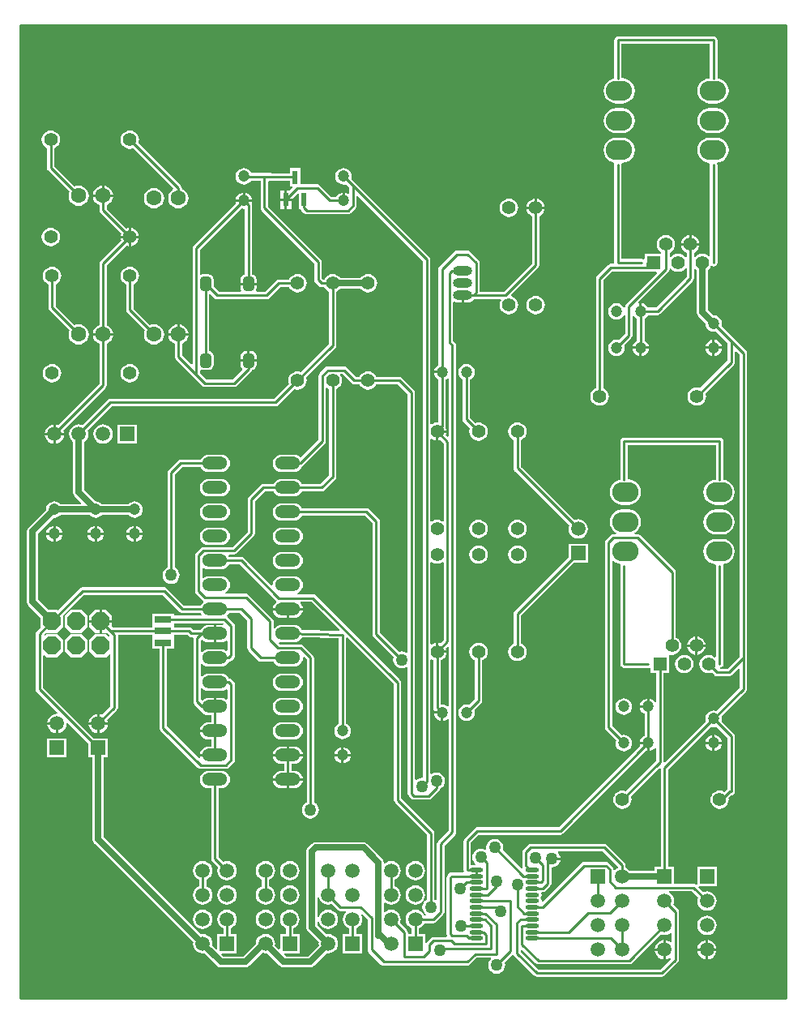
<source format=gtl>
G04*
G04 #@! TF.GenerationSoftware,Altium Limited,Altium Designer,20.0.10 (225)*
G04*
G04 Layer_Physical_Order=1*
G04 Layer_Color=255*
%FSLAX24Y24*%
%MOIN*%
G70*
G01*
G75*
%ADD12C,0.0100*%
%ADD17R,0.0236X0.0571*%
G04:AMPARAMS|DCode=18|XSize=57mil|YSize=45mil|CornerRadius=11.3mil|HoleSize=0mil|Usage=FLASHONLY|Rotation=90.000|XOffset=0mil|YOffset=0mil|HoleType=Round|Shape=RoundedRectangle|*
%AMROUNDEDRECTD18*
21,1,0.0570,0.0225,0,0,90.0*
21,1,0.0345,0.0450,0,0,90.0*
1,1,0.0225,0.0113,0.0173*
1,1,0.0225,0.0113,-0.0173*
1,1,0.0225,-0.0113,-0.0173*
1,1,0.0225,-0.0113,0.0173*
%
%ADD18ROUNDEDRECTD18*%
%ADD19R,0.0670X0.0280*%
%ADD20O,0.0551X0.0177*%
%ADD38C,0.0250*%
%ADD39R,0.0591X0.0591*%
%ADD40C,0.0591*%
%ADD41C,0.0472*%
%ADD42P,0.0801X8X22.5*%
%ADD43C,0.0630*%
%ADD44C,0.0551*%
%ADD45O,0.0787X0.0394*%
%ADD46O,0.0787X0.0394*%
%ADD47O,0.1040X0.0520*%
%ADD48R,0.0591X0.0591*%
%ADD49O,0.1079X0.0827*%
%ADD50R,0.0551X0.0551*%
%ADD51C,0.0500*%
G36*
X31500Y0D02*
X0D01*
Y40000D01*
X31500D01*
X31500Y0D01*
D02*
G37*
%LPC*%
G36*
X28524Y39556D02*
X24587D01*
X24528Y39545D01*
X24478Y39512D01*
X24445Y39462D01*
X24434Y39404D01*
Y37829D01*
X24427Y37819D01*
X24382Y37813D01*
X24257Y37761D01*
X24150Y37679D01*
X24067Y37572D01*
X24016Y37447D01*
X23998Y37313D01*
X24016Y37179D01*
X24067Y37054D01*
X24150Y36947D01*
X24257Y36865D01*
X24382Y36813D01*
X24516Y36795D01*
X24768D01*
X24902Y36813D01*
X25027Y36865D01*
X25134Y36947D01*
X25216Y37054D01*
X25268Y37179D01*
X25286Y37313D01*
X25268Y37447D01*
X25216Y37572D01*
X25134Y37679D01*
X25027Y37761D01*
X24902Y37813D01*
X24768Y37831D01*
X24740D01*
Y39251D01*
X28371D01*
Y37830D01*
X28240Y37813D01*
X28115Y37761D01*
X28008Y37679D01*
X27926Y37572D01*
X27874Y37447D01*
X27856Y37313D01*
X27874Y37179D01*
X27926Y37054D01*
X28008Y36947D01*
X28115Y36865D01*
X28240Y36813D01*
X28374Y36795D01*
X28626D01*
X28760Y36813D01*
X28885Y36865D01*
X28992Y36947D01*
X29074Y37054D01*
X29126Y37179D01*
X29144Y37313D01*
X29126Y37447D01*
X29074Y37572D01*
X28992Y37679D01*
X28885Y37761D01*
X28760Y37813D01*
X28680Y37824D01*
X28677Y37829D01*
Y39404D01*
X28665Y39462D01*
X28632Y39512D01*
X28582Y39545D01*
X28524Y39556D01*
D02*
G37*
G36*
X28626Y36610D02*
X28374D01*
X28240Y36593D01*
X28115Y36541D01*
X28008Y36459D01*
X27926Y36351D01*
X27874Y36227D01*
X27856Y36093D01*
X27874Y35958D01*
X27926Y35834D01*
X28008Y35726D01*
X28115Y35644D01*
X28240Y35592D01*
X28374Y35575D01*
X28626D01*
X28760Y35592D01*
X28885Y35644D01*
X28992Y35726D01*
X29074Y35834D01*
X29126Y35958D01*
X29144Y36093D01*
X29126Y36227D01*
X29074Y36351D01*
X28992Y36459D01*
X28885Y36541D01*
X28760Y36593D01*
X28626Y36610D01*
D02*
G37*
G36*
X24768D02*
X24516D01*
X24382Y36593D01*
X24257Y36541D01*
X24150Y36459D01*
X24067Y36351D01*
X24016Y36227D01*
X23998Y36093D01*
X24016Y35958D01*
X24067Y35834D01*
X24150Y35726D01*
X24257Y35644D01*
X24382Y35592D01*
X24516Y35575D01*
X24768D01*
X24902Y35592D01*
X25027Y35644D01*
X25134Y35726D01*
X25216Y35834D01*
X25268Y35958D01*
X25286Y36093D01*
X25268Y36227D01*
X25216Y36351D01*
X25134Y36459D01*
X25027Y36541D01*
X24902Y36593D01*
X24768Y36610D01*
D02*
G37*
G36*
X3450Y33412D02*
Y33050D01*
X3812D01*
X3804Y33108D01*
X3762Y33209D01*
X3696Y33296D01*
X3609Y33362D01*
X3508Y33404D01*
X3450Y33412D01*
D02*
G37*
G36*
X3350D02*
X3292Y33404D01*
X3191Y33362D01*
X3104Y33296D01*
X3038Y33209D01*
X2996Y33108D01*
X2988Y33050D01*
X3350D01*
Y33412D01*
D02*
G37*
G36*
X9250Y33133D02*
Y32850D01*
X9533D01*
X9528Y32888D01*
X9494Y32970D01*
X9440Y33040D01*
X9370Y33094D01*
X9288Y33128D01*
X9250Y33133D01*
D02*
G37*
G36*
X9150D02*
X9112Y33128D01*
X9030Y33094D01*
X8960Y33040D01*
X8906Y32970D01*
X8872Y32888D01*
X8867Y32850D01*
X9150D01*
Y33133D01*
D02*
G37*
G36*
X1250Y35679D02*
X1152Y35666D01*
X1061Y35628D01*
X982Y35568D01*
X922Y35489D01*
X884Y35398D01*
X871Y35300D01*
X884Y35202D01*
X922Y35111D01*
X982Y35032D01*
X1061Y34972D01*
X1097Y34957D01*
Y34150D01*
X1109Y34091D01*
X1142Y34042D01*
X2019Y33165D01*
X1996Y33108D01*
X1981Y33000D01*
X1996Y32892D01*
X2038Y32791D01*
X2104Y32704D01*
X2191Y32638D01*
X2292Y32596D01*
X2400Y32581D01*
X2508Y32596D01*
X2609Y32638D01*
X2696Y32704D01*
X2762Y32791D01*
X2804Y32892D01*
X2819Y33000D01*
X2804Y33108D01*
X2762Y33209D01*
X2696Y33296D01*
X2609Y33362D01*
X2508Y33404D01*
X2400Y33419D01*
X2292Y33404D01*
X2235Y33381D01*
X1403Y34213D01*
Y34957D01*
X1439Y34972D01*
X1518Y35032D01*
X1578Y35111D01*
X1616Y35202D01*
X1629Y35300D01*
X1616Y35398D01*
X1578Y35489D01*
X1518Y35568D01*
X1439Y35628D01*
X1348Y35666D01*
X1250Y35679D01*
D02*
G37*
G36*
X21250Y32872D02*
Y32550D01*
X21572D01*
X21566Y32598D01*
X21528Y32689D01*
X21468Y32768D01*
X21389Y32828D01*
X21298Y32866D01*
X21250Y32872D01*
D02*
G37*
G36*
X21150D02*
X21102Y32866D01*
X21011Y32828D01*
X20932Y32768D01*
X20872Y32689D01*
X20834Y32598D01*
X20828Y32550D01*
X21150D01*
Y32872D01*
D02*
G37*
G36*
X4500Y35679D02*
X4402Y35666D01*
X4311Y35628D01*
X4232Y35568D01*
X4172Y35489D01*
X4134Y35398D01*
X4121Y35300D01*
X4134Y35202D01*
X4172Y35111D01*
X4232Y35032D01*
X4311Y34972D01*
X4402Y34934D01*
X4500Y34921D01*
X4598Y34934D01*
X4635Y34949D01*
X6277Y33307D01*
X6268Y33245D01*
X6204Y33196D01*
X6138Y33109D01*
X6096Y33008D01*
X6081Y32900D01*
X6096Y32792D01*
X6138Y32691D01*
X6204Y32604D01*
X6291Y32538D01*
X6392Y32496D01*
X6500Y32481D01*
X6608Y32496D01*
X6709Y32538D01*
X6796Y32604D01*
X6862Y32691D01*
X6904Y32792D01*
X6919Y32900D01*
X6904Y33008D01*
X6862Y33109D01*
X6796Y33196D01*
X6709Y33262D01*
X6653Y33286D01*
Y33300D01*
X6641Y33359D01*
X6608Y33408D01*
X4851Y35165D01*
X4866Y35202D01*
X4879Y35300D01*
X4866Y35398D01*
X4828Y35489D01*
X4768Y35568D01*
X4689Y35628D01*
X4598Y35666D01*
X4500Y35679D01*
D02*
G37*
G36*
X5500Y33319D02*
X5392Y33304D01*
X5291Y33262D01*
X5204Y33196D01*
X5138Y33109D01*
X5096Y33008D01*
X5081Y32900D01*
X5096Y32792D01*
X5138Y32691D01*
X5204Y32604D01*
X5291Y32538D01*
X5392Y32496D01*
X5500Y32481D01*
X5608Y32496D01*
X5709Y32538D01*
X5796Y32604D01*
X5862Y32691D01*
X5904Y32792D01*
X5919Y32900D01*
X5904Y33008D01*
X5862Y33109D01*
X5796Y33196D01*
X5709Y33262D01*
X5608Y33304D01*
X5500Y33319D01*
D02*
G37*
G36*
X20100Y32879D02*
X20002Y32866D01*
X19911Y32828D01*
X19832Y32768D01*
X19772Y32689D01*
X19734Y32598D01*
X19721Y32500D01*
X19734Y32402D01*
X19772Y32311D01*
X19832Y32232D01*
X19911Y32172D01*
X20002Y32134D01*
X20100Y32121D01*
X20198Y32134D01*
X20289Y32172D01*
X20368Y32232D01*
X20428Y32311D01*
X20466Y32402D01*
X20479Y32500D01*
X20466Y32598D01*
X20428Y32689D01*
X20368Y32768D01*
X20289Y32828D01*
X20198Y32866D01*
X20100Y32879D01*
D02*
G37*
G36*
X4550Y31672D02*
Y31350D01*
X4872D01*
X4866Y31398D01*
X4828Y31489D01*
X4768Y31568D01*
X4689Y31628D01*
X4598Y31666D01*
X4550Y31672D01*
D02*
G37*
G36*
X3812Y32950D02*
X3400D01*
X2988D01*
X2996Y32892D01*
X3038Y32791D01*
X3104Y32704D01*
X3191Y32638D01*
X3247Y32614D01*
Y32400D01*
X3259Y32341D01*
X3292Y32292D01*
X4149Y31435D01*
X4134Y31398D01*
X4128Y31350D01*
X4450D01*
Y31672D01*
X4402Y31666D01*
X4365Y31651D01*
X3553Y32463D01*
Y32614D01*
X3609Y32638D01*
X3696Y32704D01*
X3762Y32791D01*
X3804Y32892D01*
X3812Y32950D01*
D02*
G37*
G36*
X27613Y31372D02*
Y31050D01*
X27935D01*
X27929Y31098D01*
X27891Y31189D01*
X27831Y31268D01*
X27752Y31328D01*
X27661Y31366D01*
X27613Y31372D01*
D02*
G37*
G36*
X27513D02*
X27465Y31366D01*
X27374Y31328D01*
X27295Y31268D01*
X27235Y31189D01*
X27197Y31098D01*
X27191Y31050D01*
X27513D01*
Y31372D01*
D02*
G37*
G36*
X4872Y31250D02*
X4550D01*
Y30928D01*
X4598Y30934D01*
X4689Y30972D01*
X4768Y31032D01*
X4828Y31111D01*
X4866Y31202D01*
X4872Y31250D01*
D02*
G37*
G36*
X4450D02*
X4128D01*
X4134Y31202D01*
X4149Y31165D01*
X3292Y30308D01*
X3259Y30259D01*
X3247Y30200D01*
Y27686D01*
X3191Y27662D01*
X3104Y27596D01*
X3038Y27509D01*
X2996Y27408D01*
X2988Y27350D01*
X3400D01*
X3812D01*
X3804Y27408D01*
X3762Y27509D01*
X3696Y27596D01*
X3609Y27662D01*
X3553Y27686D01*
Y30137D01*
X4365Y30949D01*
X4402Y30934D01*
X4450Y30928D01*
Y31250D01*
D02*
G37*
G36*
X1250Y31679D02*
X1152Y31666D01*
X1061Y31628D01*
X982Y31568D01*
X922Y31489D01*
X884Y31398D01*
X871Y31300D01*
X884Y31202D01*
X922Y31111D01*
X982Y31032D01*
X1061Y30972D01*
X1152Y30934D01*
X1250Y30921D01*
X1348Y30934D01*
X1439Y30972D01*
X1518Y31032D01*
X1578Y31111D01*
X1616Y31202D01*
X1629Y31300D01*
X1616Y31398D01*
X1578Y31489D01*
X1518Y31568D01*
X1439Y31628D01*
X1348Y31666D01*
X1250Y31679D01*
D02*
G37*
G36*
X28626Y35390D02*
X28374D01*
X28240Y35372D01*
X28115Y35320D01*
X28008Y35238D01*
X27926Y35131D01*
X27874Y35006D01*
X27856Y34872D01*
X27874Y34738D01*
X27926Y34613D01*
X28008Y34506D01*
X28115Y34424D01*
X28240Y34372D01*
X28337Y34359D01*
X28374Y34307D01*
X28374Y34304D01*
X28371Y34285D01*
Y30541D01*
X28321Y30526D01*
X28252Y30578D01*
X28161Y30616D01*
X28063Y30629D01*
X27965Y30616D01*
X27874Y30578D01*
X27795Y30518D01*
X27766Y30480D01*
X27716Y30497D01*
Y30657D01*
X27752Y30672D01*
X27831Y30732D01*
X27891Y30811D01*
X27929Y30902D01*
X27935Y30950D01*
X27563D01*
X27191D01*
X27197Y30902D01*
X27235Y30811D01*
X27295Y30732D01*
X27374Y30672D01*
X27410Y30657D01*
Y30497D01*
X27360Y30480D01*
X27331Y30518D01*
X27252Y30578D01*
X27161Y30616D01*
X27063Y30629D01*
X26965Y30616D01*
X26874Y30578D01*
X26795Y30518D01*
X26766Y30480D01*
X26716Y30497D01*
Y30657D01*
X26752Y30672D01*
X26831Y30732D01*
X26891Y30811D01*
X26929Y30902D01*
X26942Y31000D01*
X26929Y31098D01*
X26891Y31189D01*
X26831Y31268D01*
X26752Y31328D01*
X26661Y31366D01*
X26563Y31379D01*
X26465Y31366D01*
X26374Y31328D01*
X26295Y31268D01*
X26235Y31189D01*
X26197Y31098D01*
X26184Y31000D01*
X26197Y30902D01*
X26235Y30811D01*
X26295Y30732D01*
X26369Y30676D01*
X26369Y30660D01*
X26355Y30626D01*
X25687D01*
Y30413D01*
X25637Y30386D01*
X25629Y30391D01*
X25571Y30403D01*
X24740D01*
Y34285D01*
X24736Y34304D01*
X24762Y34345D01*
X24776Y34355D01*
X24902Y34372D01*
X25027Y34424D01*
X25134Y34506D01*
X25216Y34613D01*
X25268Y34738D01*
X25286Y34872D01*
X25268Y35006D01*
X25216Y35131D01*
X25134Y35238D01*
X25027Y35320D01*
X24902Y35372D01*
X24768Y35390D01*
X24516D01*
X24382Y35372D01*
X24257Y35320D01*
X24150Y35238D01*
X24067Y35131D01*
X24016Y35006D01*
X23998Y34872D01*
X24016Y34738D01*
X24067Y34613D01*
X24150Y34506D01*
X24257Y34424D01*
X24382Y34372D01*
X24406Y34369D01*
X24439Y34314D01*
X24434Y34285D01*
Y30250D01*
X24435Y30242D01*
X24404Y30203D01*
X24290D01*
X24231Y30191D01*
X24182Y30158D01*
X23728Y29705D01*
X23695Y29655D01*
X23684Y29597D01*
Y25093D01*
X23647Y25078D01*
X23569Y25018D01*
X23509Y24939D01*
X23471Y24848D01*
X23458Y24750D01*
X23471Y24652D01*
X23509Y24561D01*
X23569Y24482D01*
X23647Y24422D01*
X23739Y24384D01*
X23837Y24371D01*
X23935Y24384D01*
X24026Y24422D01*
X24104Y24482D01*
X24165Y24561D01*
X24203Y24652D01*
X24215Y24750D01*
X24203Y24848D01*
X24165Y24939D01*
X24104Y25018D01*
X24026Y25078D01*
X23990Y25093D01*
Y29533D01*
X24353Y29897D01*
X25687D01*
Y29874D01*
X26173D01*
X26192Y29828D01*
X24922Y28558D01*
X24889Y28509D01*
X24877Y28450D01*
Y28406D01*
X24827Y28396D01*
X24817Y28420D01*
X24763Y28490D01*
X24693Y28544D01*
X24611Y28578D01*
X24524Y28589D01*
X24436Y28578D01*
X24354Y28544D01*
X24284Y28490D01*
X24230Y28420D01*
X24196Y28338D01*
X24185Y28250D01*
X24196Y28162D01*
X24230Y28080D01*
X24284Y28010D01*
X24354Y27956D01*
X24436Y27922D01*
X24524Y27911D01*
X24611Y27922D01*
X24693Y27956D01*
X24763Y28010D01*
X24817Y28080D01*
X24827Y28104D01*
X24877Y28094D01*
Y27320D01*
X24628Y27071D01*
X24611Y27078D01*
X24524Y27089D01*
X24436Y27078D01*
X24354Y27044D01*
X24284Y26990D01*
X24230Y26920D01*
X24196Y26838D01*
X24185Y26750D01*
X24196Y26662D01*
X24230Y26580D01*
X24284Y26510D01*
X24354Y26456D01*
X24436Y26422D01*
X24524Y26411D01*
X24611Y26422D01*
X24693Y26456D01*
X24763Y26510D01*
X24817Y26580D01*
X24851Y26662D01*
X24863Y26750D01*
X24851Y26838D01*
X24844Y26854D01*
X25138Y27148D01*
X25171Y27198D01*
X25183Y27256D01*
Y28044D01*
X25227Y28077D01*
X25233Y28077D01*
X25284Y28010D01*
X25354Y27956D01*
X25371Y27949D01*
Y27051D01*
X25354Y27044D01*
X25284Y26990D01*
X25230Y26920D01*
X25196Y26838D01*
X25191Y26800D01*
X25856D01*
X25851Y26838D01*
X25817Y26920D01*
X25763Y26990D01*
X25693Y27044D01*
X25677Y27051D01*
Y27949D01*
X25693Y27956D01*
X25763Y28010D01*
X25817Y28080D01*
X25824Y28097D01*
X26213D01*
X26272Y28109D01*
X26321Y28142D01*
X27671Y29492D01*
X27704Y29541D01*
X27716Y29600D01*
Y30003D01*
X27766Y30020D01*
X27795Y29982D01*
X27834Y29953D01*
Y28211D01*
X27851Y28123D01*
X27851Y28123D01*
X27851Y28123D01*
X27901Y28048D01*
X27901Y28048D01*
X28186Y27763D01*
X28184Y27750D01*
X28196Y27662D01*
X28230Y27580D01*
X28284Y27510D01*
X28354Y27456D01*
X28436Y27422D01*
X28524Y27411D01*
X28611Y27422D01*
X28628Y27429D01*
X29097Y26960D01*
Y26227D01*
X27971Y25101D01*
X27935Y25116D01*
X27837Y25129D01*
X27739Y25116D01*
X27647Y25078D01*
X27569Y25018D01*
X27509Y24939D01*
X27471Y24848D01*
X27458Y24750D01*
X27471Y24652D01*
X27509Y24561D01*
X27569Y24482D01*
X27647Y24422D01*
X27739Y24384D01*
X27837Y24371D01*
X27935Y24384D01*
X28026Y24422D01*
X28104Y24482D01*
X28165Y24561D01*
X28203Y24652D01*
X28215Y24750D01*
X28203Y24848D01*
X28187Y24885D01*
X29358Y26055D01*
X29391Y26105D01*
X29403Y26163D01*
Y26589D01*
X29449Y26608D01*
X29597Y26460D01*
Y14063D01*
X29087Y13553D01*
X28808D01*
X28803Y13603D01*
X28832Y13609D01*
X28882Y13642D01*
X28915Y13691D01*
X28927Y13750D01*
Y17785D01*
X28922Y17810D01*
X28957Y17865D01*
X29010Y17872D01*
X29135Y17924D01*
X29242Y18006D01*
X29324Y18113D01*
X29376Y18238D01*
X29394Y18372D01*
X29376Y18506D01*
X29324Y18631D01*
X29242Y18738D01*
X29135Y18820D01*
X29010Y18872D01*
X28876Y18890D01*
X28624D01*
X28490Y18872D01*
X28365Y18820D01*
X28258Y18738D01*
X28176Y18631D01*
X28124Y18506D01*
X28106Y18372D01*
X28124Y18238D01*
X28176Y18113D01*
X28258Y18006D01*
X28365Y17924D01*
X28490Y17872D01*
X28587Y17859D01*
X28624Y17807D01*
X28624Y17804D01*
X28621Y17785D01*
Y14041D01*
X28571Y14026D01*
X28502Y14078D01*
X28411Y14116D01*
X28313Y14129D01*
X28215Y14116D01*
X28124Y14078D01*
X28045Y14018D01*
X27985Y13939D01*
X27947Y13848D01*
X27934Y13750D01*
X27947Y13652D01*
X27985Y13561D01*
X28045Y13482D01*
X28124Y13422D01*
X28215Y13384D01*
X28313Y13371D01*
X28411Y13384D01*
X28448Y13399D01*
X28555Y13292D01*
X28604Y13259D01*
X28663Y13247D01*
X29150D01*
X29209Y13259D01*
X29258Y13292D01*
X29551Y13585D01*
X29597Y13565D01*
Y12790D01*
X28628Y11821D01*
X28611Y11828D01*
X28524Y11839D01*
X28436Y11828D01*
X28354Y11794D01*
X28284Y11740D01*
X28230Y11670D01*
X28196Y11588D01*
X28184Y11500D01*
X28196Y11412D01*
X28203Y11396D01*
X26516Y9709D01*
X26466Y9729D01*
Y13374D01*
X26689D01*
Y14091D01*
X26694Y14100D01*
X26736Y14131D01*
X26813Y14121D01*
X26911Y14134D01*
X27002Y14172D01*
X27081Y14232D01*
X27141Y14311D01*
X27179Y14402D01*
X27192Y14500D01*
X27179Y14598D01*
X27141Y14689D01*
X27081Y14768D01*
X27002Y14828D01*
X26966Y14843D01*
Y17527D01*
X26954Y17586D01*
X26921Y17635D01*
X25508Y19048D01*
X25459Y19081D01*
X25400Y19093D01*
X25281D01*
X25272Y19142D01*
X25277Y19144D01*
X25384Y19226D01*
X25466Y19334D01*
X25518Y19459D01*
X25536Y19593D01*
X25518Y19727D01*
X25466Y19851D01*
X25384Y19959D01*
X25277Y20041D01*
X25152Y20093D01*
X25018Y20110D01*
X24766D01*
X24632Y20093D01*
X24507Y20041D01*
X24400Y19959D01*
X24317Y19851D01*
X24266Y19727D01*
X24248Y19593D01*
X24266Y19459D01*
X24317Y19334D01*
X24400Y19226D01*
X24507Y19144D01*
X24512Y19142D01*
X24502Y19093D01*
X24400D01*
X24341Y19081D01*
X24292Y19048D01*
X24092Y18848D01*
X24059Y18799D01*
X24047Y18740D01*
Y11137D01*
X24059Y11078D01*
X24092Y11028D01*
X24516Y10604D01*
X24509Y10588D01*
X24497Y10500D01*
X24509Y10412D01*
X24543Y10330D01*
X24597Y10260D01*
X24667Y10206D01*
X24749Y10172D01*
X24837Y10161D01*
X24924Y10172D01*
X25006Y10206D01*
X25076Y10260D01*
X25130Y10330D01*
X25164Y10412D01*
X25176Y10500D01*
X25164Y10588D01*
X25130Y10670D01*
X25076Y10740D01*
X25006Y10794D01*
X24924Y10828D01*
X24837Y10839D01*
X24749Y10828D01*
X24732Y10821D01*
X24353Y11200D01*
Y17990D01*
X24380Y17999D01*
X24403Y18003D01*
X24507Y17924D01*
X24632Y17872D01*
X24656Y17869D01*
X24689Y17814D01*
X24684Y17785D01*
Y13750D01*
X24695Y13691D01*
X24728Y13642D01*
X24778Y13609D01*
X24837Y13597D01*
X25821D01*
X25879Y13609D01*
X25887Y13614D01*
X25937Y13587D01*
Y13374D01*
X26160D01*
Y12213D01*
X26110Y12196D01*
X26076Y12240D01*
X26006Y12294D01*
X25924Y12328D01*
X25887Y12333D01*
Y12000D01*
X25837D01*
Y11950D01*
X25504D01*
X25509Y11912D01*
X25543Y11830D01*
X25597Y11760D01*
X25667Y11706D01*
X25684Y11699D01*
Y10801D01*
X25667Y10794D01*
X25597Y10740D01*
X25543Y10670D01*
X25509Y10588D01*
X25504Y10550D01*
X25837D01*
Y10500D01*
X25887D01*
Y10167D01*
X25924Y10172D01*
X26006Y10206D01*
X26076Y10260D01*
X26110Y10304D01*
X26160Y10287D01*
Y9769D01*
X24908Y8517D01*
X24872Y8532D01*
X24774Y8545D01*
X24676Y8532D01*
X24584Y8494D01*
X24506Y8434D01*
X24446Y8356D01*
X24408Y8264D01*
X24395Y8166D01*
X24408Y8068D01*
X24446Y7977D01*
X24506Y7898D01*
X24584Y7838D01*
X24676Y7800D01*
X24774Y7787D01*
X24872Y7800D01*
X24963Y7838D01*
X25041Y7898D01*
X25102Y7977D01*
X25140Y8068D01*
X25152Y8166D01*
X25140Y8264D01*
X25124Y8301D01*
X26297Y9473D01*
X26347Y9453D01*
Y5401D01*
X26105D01*
Y5235D01*
X25072D01*
X25032Y5288D01*
X24949Y5351D01*
X24903Y5370D01*
Y5480D01*
X24891Y5539D01*
X24858Y5588D01*
X24139Y6307D01*
X24090Y6340D01*
X24031Y6352D01*
X21000D01*
X20941Y6340D01*
X20892Y6307D01*
X20692Y6107D01*
X20659Y6058D01*
X20647Y5999D01*
Y5447D01*
X20659Y5388D01*
X20672Y5368D01*
X20668Y5349D01*
X20612Y5335D01*
X19851Y6095D01*
X19861Y6119D01*
X19873Y6210D01*
X19861Y6301D01*
X19826Y6387D01*
X19770Y6460D01*
X19697Y6516D01*
X19611Y6551D01*
X19520Y6563D01*
X19429Y6551D01*
X19343Y6516D01*
X19270Y6460D01*
X19214Y6387D01*
X19179Y6301D01*
X19167Y6210D01*
X19176Y6141D01*
X19129Y6114D01*
X19127Y6116D01*
X19041Y6151D01*
X18950Y6163D01*
X18859Y6151D01*
X18774Y6116D01*
X18700Y6060D01*
X18644Y5987D01*
X18609Y5901D01*
X18597Y5810D01*
X18609Y5719D01*
X18644Y5633D01*
X18700Y5560D01*
X18743Y5528D01*
X18726Y5478D01*
X18563D01*
X18542Y5495D01*
Y6405D01*
X18863Y6726D01*
X22216D01*
X22274Y6738D01*
X22324Y6771D01*
X25732Y10179D01*
X25749Y10172D01*
X25787Y10167D01*
Y10450D01*
X25504D01*
X25509Y10412D01*
X25516Y10396D01*
X22152Y7032D01*
X18800D01*
X18741Y7020D01*
X18692Y6987D01*
X18281Y6576D01*
X18248Y6527D01*
X18236Y6468D01*
Y5285D01*
X18247Y5232D01*
X18243Y5217D01*
X18224Y5182D01*
X17746D01*
X17688Y5171D01*
X17638Y5138D01*
X17579Y5078D01*
X17546Y5029D01*
X17534Y4970D01*
Y2633D01*
X17546Y2575D01*
X17549Y2569D01*
X17523Y2519D01*
X17000D01*
X16941Y2508D01*
X16892Y2474D01*
X16732Y2314D01*
X16699Y2265D01*
X16695Y2247D01*
X16645Y2252D01*
Y2645D01*
X16403D01*
Y2886D01*
X16449Y2905D01*
X16532Y2968D01*
X16595Y3051D01*
X16614Y3097D01*
X16989D01*
X17048Y3109D01*
X17097Y3142D01*
X17403Y3448D01*
X17437Y3498D01*
X17448Y3556D01*
Y6292D01*
X17884Y6727D01*
X17917Y6777D01*
X17929Y6836D01*
Y26854D01*
X17917Y26913D01*
X17884Y26963D01*
X17803Y27043D01*
Y28623D01*
X17848Y28645D01*
X17853Y28641D01*
X17926Y28611D01*
X18003Y28601D01*
X18150D01*
Y28900D01*
X18250D01*
Y28601D01*
X18397D01*
X18474Y28611D01*
X18547Y28641D01*
X18609Y28688D01*
X18654Y28747D01*
X19760D01*
X19782Y28702D01*
X19772Y28689D01*
X19734Y28598D01*
X19721Y28500D01*
X19734Y28402D01*
X19772Y28311D01*
X19832Y28232D01*
X19911Y28172D01*
X20002Y28134D01*
X20100Y28121D01*
X20198Y28134D01*
X20289Y28172D01*
X20368Y28232D01*
X20428Y28311D01*
X20466Y28402D01*
X20479Y28500D01*
X20466Y28598D01*
X20428Y28689D01*
X20368Y28768D01*
X20289Y28828D01*
X20198Y28866D01*
X20196Y28866D01*
X20180Y28914D01*
X21308Y30042D01*
X21341Y30091D01*
X21353Y30150D01*
Y32157D01*
X21389Y32172D01*
X21468Y32232D01*
X21528Y32311D01*
X21566Y32402D01*
X21572Y32450D01*
X21200D01*
X20828D01*
X20834Y32402D01*
X20872Y32311D01*
X20932Y32232D01*
X21011Y32172D01*
X21047Y32157D01*
Y30213D01*
X19887Y29053D01*
X18903D01*
Y30240D01*
X18891Y30299D01*
X18858Y30348D01*
X18508Y30698D01*
X18459Y30731D01*
X18400Y30743D01*
X17960D01*
X17901Y30731D01*
X17852Y30698D01*
X17242Y30088D01*
X17209Y30039D01*
X17197Y29980D01*
Y26051D01*
X17180Y26044D01*
X17110Y25990D01*
X17056Y25920D01*
X17022Y25838D01*
X17017Y25800D01*
X17350D01*
Y25700D01*
X17017D01*
X17022Y25662D01*
X17056Y25580D01*
X17110Y25510D01*
X17180Y25456D01*
X17197Y25449D01*
Y23711D01*
X17159Y23678D01*
X17150Y23679D01*
X17052Y23666D01*
X16961Y23628D01*
X16923Y23599D01*
X16873Y23624D01*
Y30380D01*
X16861Y30439D01*
X16828Y30488D01*
X13798Y33518D01*
X13621Y33696D01*
X13628Y33712D01*
X13639Y33800D01*
X13628Y33888D01*
X13594Y33970D01*
X13540Y34040D01*
X13470Y34094D01*
X13388Y34128D01*
X13300Y34139D01*
X13212Y34128D01*
X13130Y34094D01*
X13060Y34040D01*
X13006Y33970D01*
X12972Y33888D01*
X12961Y33800D01*
X12972Y33712D01*
X13006Y33630D01*
X13060Y33560D01*
X13130Y33506D01*
X13212Y33472D01*
X13300Y33461D01*
X13388Y33472D01*
X13404Y33479D01*
X13537Y33347D01*
Y33098D01*
X13492Y33076D01*
X13470Y33094D01*
X13388Y33128D01*
X13350Y33133D01*
Y32800D01*
X13250D01*
Y33133D01*
X13212Y33128D01*
X13130Y33094D01*
X13060Y33040D01*
X13006Y32970D01*
X12999Y32953D01*
X12803D01*
X12328Y33428D01*
X12279Y33461D01*
X12220Y33473D01*
X11518D01*
Y34148D01*
X11082D01*
Y33927D01*
X10611D01*
X10038Y33934D01*
X10037Y33934D01*
X10036Y33934D01*
X9508D01*
X9494Y33970D01*
X9440Y34040D01*
X9370Y34094D01*
X9288Y34128D01*
X9200Y34139D01*
X9112Y34128D01*
X9030Y34094D01*
X8960Y34040D01*
X8906Y33970D01*
X8872Y33888D01*
X8861Y33800D01*
X8872Y33712D01*
X8906Y33630D01*
X8960Y33560D01*
X9030Y33506D01*
X9112Y33472D01*
X9200Y33461D01*
X9288Y33472D01*
X9370Y33506D01*
X9440Y33560D01*
X9492Y33628D01*
X9883D01*
Y32500D01*
X9895Y32441D01*
X9928Y32392D01*
X12097Y30222D01*
Y29546D01*
X12109Y29488D01*
X12142Y29438D01*
X12288Y29292D01*
X12338Y29259D01*
X12396Y29247D01*
X12507D01*
X12522Y29211D01*
X12582Y29132D01*
X12661Y29072D01*
X12697Y29057D01*
Y26913D01*
X11535Y25751D01*
X11498Y25766D01*
X11400Y25779D01*
X11302Y25766D01*
X11211Y25728D01*
X11132Y25668D01*
X11072Y25589D01*
X11034Y25498D01*
X11021Y25400D01*
X11034Y25302D01*
X11049Y25265D01*
X10437Y24653D01*
X3700D01*
X3641Y24641D01*
X3592Y24608D01*
X2550Y23566D01*
X2503Y23585D01*
X2400Y23599D01*
X2297Y23585D01*
X2201Y23545D01*
X2118Y23482D01*
X2055Y23399D01*
X2015Y23303D01*
X2001Y23200D01*
X2015Y23097D01*
X2055Y23001D01*
X2118Y22918D01*
X2171Y22878D01*
Y20800D01*
X2188Y20712D01*
X2238Y20638D01*
X2500Y20376D01*
X2481Y20329D01*
X1648D01*
X1640Y20340D01*
X1570Y20394D01*
X1488Y20428D01*
X1400Y20439D01*
X1312Y20428D01*
X1230Y20394D01*
X1160Y20340D01*
X1106Y20270D01*
X1072Y20188D01*
X1061Y20100D01*
X1063Y20087D01*
X338Y19362D01*
X288Y19288D01*
X271Y19200D01*
Y16300D01*
X288Y16212D01*
X338Y16138D01*
X830Y15646D01*
Y15265D01*
X839Y15256D01*
X672Y15088D01*
X639Y15039D01*
X627Y14980D01*
Y12720D01*
X639Y12661D01*
X672Y12612D01*
X1543Y11741D01*
X1521Y11696D01*
X1500Y11699D01*
X1397Y11685D01*
X1301Y11645D01*
X1218Y11582D01*
X1155Y11499D01*
X1115Y11403D01*
X1108Y11350D01*
X1500D01*
Y11300D01*
X1550D01*
Y10908D01*
X1603Y10915D01*
X1699Y10955D01*
X1782Y11018D01*
X1845Y11101D01*
X1885Y11197D01*
X1899Y11300D01*
X1896Y11321D01*
X1941Y11343D01*
X2805Y10479D01*
Y9905D01*
X2971D01*
Y6550D01*
X2988Y6462D01*
X3038Y6388D01*
X7110Y2316D01*
X7101Y2250D01*
X7115Y2147D01*
X7155Y2051D01*
X7218Y1968D01*
X7301Y1905D01*
X7397Y1865D01*
X7500Y1851D01*
X7566Y1860D01*
X8088Y1338D01*
X8162Y1288D01*
X8250Y1271D01*
X9250D01*
X9338Y1288D01*
X9412Y1338D01*
X9951Y1877D01*
X9980Y1865D01*
X10083Y1851D01*
X10149Y1860D01*
X10671Y1338D01*
X10746Y1288D01*
X10833Y1271D01*
X11917D01*
X12004Y1288D01*
X12079Y1338D01*
X12601Y1860D01*
X12667Y1851D01*
X12770Y1865D01*
X12866Y1905D01*
X12949Y1968D01*
X13012Y2051D01*
X13052Y2147D01*
X13065Y2250D01*
X13052Y2353D01*
X13012Y2449D01*
X12949Y2532D01*
X12866Y2595D01*
X12770Y2635D01*
X12667Y2649D01*
X12601Y2640D01*
X12229Y3012D01*
Y3160D01*
X12279Y3163D01*
X12282Y3147D01*
X12321Y3051D01*
X12385Y2968D01*
X12467Y2905D01*
X12563Y2865D01*
X12667Y2851D01*
X12770Y2865D01*
X12866Y2905D01*
X12949Y2968D01*
X13012Y3051D01*
X13052Y3147D01*
X13065Y3250D01*
X13052Y3353D01*
X13012Y3449D01*
X12949Y3532D01*
X12866Y3595D01*
X12770Y3635D01*
X12667Y3649D01*
X12563Y3635D01*
X12467Y3595D01*
X12385Y3532D01*
X12321Y3449D01*
X12282Y3353D01*
X12279Y3337D01*
X12229Y3340D01*
Y4160D01*
X12279Y4163D01*
X12282Y4147D01*
X12321Y4051D01*
X12385Y3968D01*
X12467Y3905D01*
X12563Y3865D01*
X12667Y3851D01*
X12770Y3865D01*
X12816Y3884D01*
X13059Y3642D01*
X13108Y3609D01*
X13167Y3597D01*
X13388D01*
X13404Y3547D01*
X13385Y3532D01*
X13321Y3449D01*
X13282Y3353D01*
X13268Y3250D01*
X13282Y3147D01*
X13321Y3051D01*
X13385Y2968D01*
X13467Y2905D01*
X13514Y2886D01*
Y2645D01*
X13271D01*
Y1855D01*
X14062D01*
Y2645D01*
X13820D01*
Y2886D01*
X13866Y2905D01*
X13949Y2968D01*
X14012Y3051D01*
X14052Y3147D01*
X14065Y3250D01*
X14052Y3353D01*
X14012Y3449D01*
X14006Y3457D01*
X14044Y3490D01*
X14297Y3237D01*
Y2000D01*
X14309Y1941D01*
X14342Y1892D01*
X14842Y1392D01*
X14891Y1359D01*
X14950Y1347D01*
X18380D01*
X18439Y1359D01*
X18488Y1392D01*
X18773Y1677D01*
X19344D01*
X19361Y1627D01*
X19351Y1620D01*
X19295Y1547D01*
X19260Y1461D01*
X19248Y1370D01*
X19260Y1279D01*
X19295Y1193D01*
X19351Y1120D01*
X19424Y1064D01*
X19509Y1029D01*
X19601Y1017D01*
X19692Y1029D01*
X19777Y1064D01*
X19850Y1120D01*
X19906Y1193D01*
X19942Y1279D01*
X19954Y1370D01*
X19942Y1461D01*
X19932Y1485D01*
X20246Y1799D01*
X20281Y1794D01*
X20303Y1785D01*
X20332Y1742D01*
X21142Y932D01*
X21191Y899D01*
X21250Y887D01*
X26400D01*
X26459Y899D01*
X26508Y932D01*
X27058Y1482D01*
X27091Y1531D01*
X27103Y1590D01*
Y3556D01*
X27091Y3614D01*
X27058Y3664D01*
X26866Y3856D01*
X26885Y3903D01*
X26899Y4006D01*
X26885Y4109D01*
X26845Y4205D01*
X26782Y4288D01*
X26699Y4351D01*
X26685Y4357D01*
X26695Y4407D01*
X27633D01*
X27884Y4155D01*
X27865Y4109D01*
X27851Y4006D01*
X27865Y3903D01*
X27905Y3807D01*
X27968Y3724D01*
X28051Y3661D01*
X28147Y3621D01*
X28250Y3607D01*
X28353Y3621D01*
X28449Y3661D01*
X28532Y3724D01*
X28595Y3807D01*
X28635Y3903D01*
X28649Y4006D01*
X28635Y4109D01*
X28595Y4205D01*
X28532Y4288D01*
X28449Y4351D01*
X28353Y4391D01*
X28250Y4405D01*
X28147Y4391D01*
X28100Y4372D01*
X27908Y4564D01*
X27927Y4611D01*
X28645D01*
Y5401D01*
X27855D01*
Y4683D01*
X27809Y4664D01*
X27804Y4668D01*
X27754Y4701D01*
X27696Y4713D01*
X26895D01*
Y5401D01*
X26653D01*
Y9413D01*
X28419Y11179D01*
X28436Y11172D01*
X28524Y11161D01*
X28611Y11172D01*
X28628Y11179D01*
X29097Y10710D01*
Y8619D01*
X29081Y8608D01*
X28965Y8493D01*
X28963Y8494D01*
X28872Y8532D01*
X28774Y8545D01*
X28676Y8532D01*
X28584Y8494D01*
X28506Y8434D01*
X28446Y8356D01*
X28408Y8264D01*
X28395Y8166D01*
X28408Y8068D01*
X28446Y7977D01*
X28506Y7898D01*
X28584Y7838D01*
X28676Y7800D01*
X28774Y7787D01*
X28872Y7800D01*
X28963Y7838D01*
X29041Y7898D01*
X29102Y7977D01*
X29140Y8068D01*
X29152Y8166D01*
X29143Y8238D01*
X29253Y8348D01*
X29309Y8359D01*
X29358Y8392D01*
X29391Y8441D01*
X29403Y8500D01*
Y10774D01*
X29391Y10832D01*
X29358Y10882D01*
X28844Y11396D01*
X28851Y11412D01*
X28863Y11500D01*
X28851Y11588D01*
X28844Y11604D01*
X29858Y12618D01*
X29891Y12668D01*
X29903Y12726D01*
Y14000D01*
Y26524D01*
X29891Y26582D01*
X29858Y26632D01*
X29358Y27132D01*
X29358Y27132D01*
X28844Y27646D01*
X28851Y27662D01*
X28863Y27750D01*
X28851Y27838D01*
X28817Y27920D01*
X28763Y27990D01*
X28693Y28044D01*
X28611Y28078D01*
X28524Y28089D01*
X28511Y28087D01*
X28292Y28306D01*
Y29953D01*
X28331Y29982D01*
X28391Y30061D01*
X28408Y30101D01*
X28456Y30115D01*
X28465Y30109D01*
X28524Y30097D01*
X28582Y30109D01*
X28632Y30142D01*
X28665Y30191D01*
X28677Y30250D01*
Y34285D01*
X28672Y34310D01*
X28707Y34365D01*
X28760Y34372D01*
X28885Y34424D01*
X28992Y34506D01*
X29074Y34613D01*
X29126Y34738D01*
X29144Y34872D01*
X29126Y35006D01*
X29074Y35131D01*
X28992Y35238D01*
X28885Y35320D01*
X28760Y35372D01*
X28626Y35390D01*
D02*
G37*
G36*
X9533Y32750D02*
X9200D01*
X8867D01*
X8872Y32712D01*
X8879Y32696D01*
X7132Y30948D01*
X7099Y30899D01*
X7087Y30840D01*
Y26085D01*
X7041Y26065D01*
X6653Y26453D01*
Y26914D01*
X6709Y26938D01*
X6796Y27004D01*
X6862Y27091D01*
X6904Y27192D01*
X6912Y27250D01*
X6500D01*
X6088D01*
X6096Y27192D01*
X6138Y27091D01*
X6204Y27004D01*
X6291Y26938D01*
X6347Y26914D01*
Y26390D01*
X6359Y26331D01*
X6392Y26282D01*
X7132Y25542D01*
X7492Y25182D01*
X7541Y25149D01*
X7600Y25137D01*
X8800D01*
X8859Y25149D01*
X8908Y25182D01*
X9494Y25768D01*
X9527Y25817D01*
X9532Y25843D01*
X9581Y25853D01*
X9652Y25900D01*
X9698Y25970D01*
X9715Y26053D01*
Y26175D01*
X9386D01*
X9057D01*
Y26053D01*
X9073Y25970D01*
X9120Y25900D01*
X9131Y25892D01*
X9136Y25842D01*
X8737Y25443D01*
X7663D01*
X7393Y25713D01*
Y25817D01*
X7443Y25849D01*
X7506Y25836D01*
X7731D01*
X7814Y25853D01*
X7884Y25900D01*
X7931Y25970D01*
X7947Y26053D01*
Y26398D01*
X7931Y26481D01*
X7884Y26551D01*
X7814Y26598D01*
X7771Y26606D01*
Y28939D01*
X7821Y28960D01*
X7989Y28792D01*
X8038Y28759D01*
X8097Y28747D01*
X10140D01*
X10199Y28759D01*
X10248Y28792D01*
X10703Y29247D01*
X11057D01*
X11072Y29211D01*
X11132Y29132D01*
X11211Y29072D01*
X11302Y29034D01*
X11400Y29021D01*
X11498Y29034D01*
X11589Y29072D01*
X11668Y29132D01*
X11728Y29211D01*
X11766Y29302D01*
X11779Y29400D01*
X11766Y29498D01*
X11728Y29589D01*
X11668Y29668D01*
X11589Y29728D01*
X11498Y29766D01*
X11400Y29779D01*
X11302Y29766D01*
X11211Y29728D01*
X11132Y29668D01*
X11072Y29589D01*
X11057Y29553D01*
X10640D01*
X10581Y29541D01*
X10532Y29508D01*
X10077Y29053D01*
X9712D01*
X9685Y29103D01*
X9698Y29123D01*
X9715Y29206D01*
Y29329D01*
X9386D01*
X9057D01*
Y29206D01*
X9073Y29123D01*
X9087Y29103D01*
X9060Y29053D01*
X8160D01*
X7947Y29266D01*
Y29551D01*
X7931Y29634D01*
X7884Y29704D01*
X7814Y29751D01*
X7731Y29768D01*
X7506D01*
X7443Y29755D01*
X7393Y29787D01*
Y30777D01*
X9096Y32479D01*
X9112Y32472D01*
X9200Y32461D01*
X9233Y32432D01*
Y29760D01*
X9190Y29751D01*
X9120Y29704D01*
X9073Y29634D01*
X9057Y29551D01*
Y29429D01*
X9386D01*
X9715D01*
Y29551D01*
X9698Y29634D01*
X9652Y29704D01*
X9581Y29751D01*
X9539Y29760D01*
Y32614D01*
X9527Y32673D01*
X9517Y32687D01*
X9528Y32712D01*
X9533Y32750D01*
D02*
G37*
G36*
X21200Y28879D02*
X21102Y28866D01*
X21011Y28828D01*
X20932Y28768D01*
X20872Y28689D01*
X20834Y28598D01*
X20821Y28500D01*
X20834Y28402D01*
X20872Y28311D01*
X20932Y28232D01*
X21011Y28172D01*
X21102Y28134D01*
X21200Y28121D01*
X21298Y28134D01*
X21389Y28172D01*
X21468Y28232D01*
X21528Y28311D01*
X21566Y28402D01*
X21579Y28500D01*
X21566Y28598D01*
X21528Y28689D01*
X21468Y28768D01*
X21389Y28828D01*
X21298Y28866D01*
X21200Y28879D01*
D02*
G37*
G36*
X6550Y27712D02*
Y27350D01*
X6912D01*
X6904Y27408D01*
X6862Y27509D01*
X6796Y27596D01*
X6709Y27662D01*
X6608Y27704D01*
X6550Y27712D01*
D02*
G37*
G36*
X6450D02*
X6392Y27704D01*
X6291Y27662D01*
X6204Y27596D01*
X6138Y27509D01*
X6096Y27408D01*
X6088Y27350D01*
X6450D01*
Y27712D01*
D02*
G37*
G36*
X4500Y30079D02*
X4402Y30066D01*
X4311Y30028D01*
X4232Y29968D01*
X4172Y29889D01*
X4134Y29798D01*
X4121Y29700D01*
X4134Y29602D01*
X4172Y29511D01*
X4232Y29432D01*
X4311Y29372D01*
X4347Y29357D01*
Y28300D01*
X4359Y28241D01*
X4392Y28192D01*
X5119Y27465D01*
X5096Y27408D01*
X5081Y27300D01*
X5096Y27192D01*
X5138Y27091D01*
X5204Y27004D01*
X5291Y26938D01*
X5392Y26896D01*
X5500Y26881D01*
X5608Y26896D01*
X5709Y26938D01*
X5796Y27004D01*
X5862Y27091D01*
X5904Y27192D01*
X5919Y27300D01*
X5904Y27408D01*
X5862Y27509D01*
X5796Y27596D01*
X5709Y27662D01*
X5608Y27704D01*
X5500Y27719D01*
X5392Y27704D01*
X5335Y27681D01*
X4653Y28363D01*
Y29357D01*
X4689Y29372D01*
X4768Y29432D01*
X4828Y29511D01*
X4866Y29602D01*
X4879Y29700D01*
X4866Y29798D01*
X4828Y29889D01*
X4768Y29968D01*
X4689Y30028D01*
X4598Y30066D01*
X4500Y30079D01*
D02*
G37*
G36*
X1300D02*
X1202Y30066D01*
X1111Y30028D01*
X1032Y29968D01*
X972Y29889D01*
X934Y29798D01*
X921Y29700D01*
X934Y29602D01*
X972Y29511D01*
X1032Y29432D01*
X1111Y29372D01*
X1147Y29357D01*
Y28400D01*
X1159Y28341D01*
X1192Y28292D01*
X2019Y27465D01*
X1996Y27408D01*
X1981Y27300D01*
X1996Y27192D01*
X2038Y27091D01*
X2104Y27004D01*
X2191Y26938D01*
X2292Y26896D01*
X2400Y26881D01*
X2508Y26896D01*
X2609Y26938D01*
X2696Y27004D01*
X2762Y27091D01*
X2804Y27192D01*
X2819Y27300D01*
X2804Y27408D01*
X2762Y27509D01*
X2696Y27596D01*
X2609Y27662D01*
X2508Y27704D01*
X2400Y27719D01*
X2292Y27704D01*
X2235Y27681D01*
X1453Y28463D01*
Y29357D01*
X1489Y29372D01*
X1568Y29432D01*
X1628Y29511D01*
X1666Y29602D01*
X1679Y29700D01*
X1666Y29798D01*
X1628Y29889D01*
X1568Y29968D01*
X1489Y30028D01*
X1398Y30066D01*
X1300Y30079D01*
D02*
G37*
G36*
X28574Y27083D02*
Y26800D01*
X28856D01*
X28851Y26838D01*
X28817Y26920D01*
X28763Y26990D01*
X28693Y27044D01*
X28611Y27078D01*
X28574Y27083D01*
D02*
G37*
G36*
X28474D02*
X28436Y27078D01*
X28354Y27044D01*
X28284Y26990D01*
X28230Y26920D01*
X28196Y26838D01*
X28191Y26800D01*
X28474D01*
Y27083D01*
D02*
G37*
G36*
X28856Y26700D02*
X28574D01*
Y26417D01*
X28611Y26422D01*
X28693Y26456D01*
X28763Y26510D01*
X28817Y26580D01*
X28851Y26662D01*
X28856Y26700D01*
D02*
G37*
G36*
X25856D02*
X25574D01*
Y26417D01*
X25611Y26422D01*
X25693Y26456D01*
X25763Y26510D01*
X25817Y26580D01*
X25851Y26662D01*
X25856Y26700D01*
D02*
G37*
G36*
X25474D02*
X25191D01*
X25196Y26662D01*
X25230Y26580D01*
X25284Y26510D01*
X25354Y26456D01*
X25436Y26422D01*
X25474Y26417D01*
Y26700D01*
D02*
G37*
G36*
X28474D02*
X28191D01*
X28196Y26662D01*
X28230Y26580D01*
X28284Y26510D01*
X28354Y26456D01*
X28436Y26422D01*
X28474Y26417D01*
Y26700D01*
D02*
G37*
G36*
X9498Y26614D02*
X9436D01*
Y26275D01*
X9715D01*
Y26398D01*
X9698Y26481D01*
X9652Y26551D01*
X9581Y26598D01*
X9498Y26614D01*
D02*
G37*
G36*
X9336D02*
X9273D01*
X9190Y26598D01*
X9120Y26551D01*
X9073Y26481D01*
X9057Y26398D01*
Y26275D01*
X9336D01*
Y26614D01*
D02*
G37*
G36*
X4500Y26079D02*
X4402Y26066D01*
X4311Y26028D01*
X4232Y25968D01*
X4172Y25889D01*
X4134Y25798D01*
X4121Y25700D01*
X4134Y25602D01*
X4172Y25511D01*
X4232Y25432D01*
X4311Y25372D01*
X4402Y25334D01*
X4500Y25321D01*
X4598Y25334D01*
X4689Y25372D01*
X4768Y25432D01*
X4828Y25511D01*
X4866Y25602D01*
X4879Y25700D01*
X4866Y25798D01*
X4828Y25889D01*
X4768Y25968D01*
X4689Y26028D01*
X4598Y26066D01*
X4500Y26079D01*
D02*
G37*
G36*
X1300D02*
X1202Y26066D01*
X1111Y26028D01*
X1032Y25968D01*
X972Y25889D01*
X934Y25798D01*
X921Y25700D01*
X934Y25602D01*
X972Y25511D01*
X1032Y25432D01*
X1111Y25372D01*
X1202Y25334D01*
X1300Y25321D01*
X1398Y25334D01*
X1489Y25372D01*
X1568Y25432D01*
X1628Y25511D01*
X1666Y25602D01*
X1679Y25700D01*
X1666Y25798D01*
X1628Y25889D01*
X1568Y25968D01*
X1489Y26028D01*
X1398Y26066D01*
X1300Y26079D01*
D02*
G37*
G36*
X3812Y27250D02*
X3400D01*
X2988D01*
X2996Y27192D01*
X3038Y27091D01*
X3104Y27004D01*
X3191Y26938D01*
X3247Y26914D01*
Y25263D01*
X1550Y23566D01*
X1503Y23585D01*
X1450Y23592D01*
Y23250D01*
X1792D01*
X1785Y23303D01*
X1766Y23350D01*
X3508Y25092D01*
X3541Y25141D01*
X3553Y25200D01*
Y26914D01*
X3609Y26938D01*
X3696Y27004D01*
X3762Y27091D01*
X3804Y27192D01*
X3812Y27250D01*
D02*
G37*
G36*
X1350Y23592D02*
X1297Y23585D01*
X1201Y23545D01*
X1118Y23482D01*
X1055Y23399D01*
X1015Y23303D01*
X1008Y23250D01*
X1350D01*
Y23592D01*
D02*
G37*
G36*
X18350Y26089D02*
X18262Y26078D01*
X18180Y26044D01*
X18110Y25990D01*
X18056Y25920D01*
X18022Y25838D01*
X18011Y25750D01*
X18022Y25662D01*
X18056Y25580D01*
X18110Y25510D01*
X18180Y25456D01*
X18197Y25449D01*
Y23800D01*
X18209Y23741D01*
X18242Y23692D01*
X18499Y23435D01*
X18484Y23398D01*
X18471Y23300D01*
X18484Y23202D01*
X18522Y23111D01*
X18582Y23032D01*
X18661Y22972D01*
X18752Y22934D01*
X18850Y22921D01*
X18948Y22934D01*
X19039Y22972D01*
X19118Y23032D01*
X19178Y23111D01*
X19216Y23202D01*
X19229Y23300D01*
X19216Y23398D01*
X19178Y23489D01*
X19118Y23568D01*
X19039Y23628D01*
X18948Y23666D01*
X18850Y23679D01*
X18752Y23666D01*
X18715Y23651D01*
X18503Y23863D01*
Y25449D01*
X18520Y25456D01*
X18590Y25510D01*
X18644Y25580D01*
X18678Y25662D01*
X18689Y25750D01*
X18678Y25838D01*
X18644Y25920D01*
X18590Y25990D01*
X18520Y26044D01*
X18438Y26078D01*
X18350Y26089D01*
D02*
G37*
G36*
X1792Y23150D02*
X1450D01*
Y22808D01*
X1503Y22815D01*
X1599Y22855D01*
X1682Y22918D01*
X1745Y23001D01*
X1785Y23097D01*
X1792Y23150D01*
D02*
G37*
G36*
X1350D02*
X1008D01*
X1015Y23097D01*
X1055Y23001D01*
X1118Y22918D01*
X1201Y22855D01*
X1297Y22815D01*
X1350Y22808D01*
Y23150D01*
D02*
G37*
G36*
X28774Y23056D02*
X24837D01*
X24778Y23045D01*
X24728Y23012D01*
X24695Y22962D01*
X24684Y22904D01*
Y21329D01*
X24677Y21319D01*
X24632Y21313D01*
X24507Y21261D01*
X24400Y21179D01*
X24317Y21072D01*
X24266Y20947D01*
X24248Y20813D01*
X24266Y20679D01*
X24317Y20554D01*
X24400Y20447D01*
X24507Y20365D01*
X24632Y20313D01*
X24766Y20295D01*
X25018D01*
X25152Y20313D01*
X25277Y20365D01*
X25384Y20447D01*
X25466Y20554D01*
X25518Y20679D01*
X25536Y20813D01*
X25518Y20947D01*
X25466Y21072D01*
X25384Y21179D01*
X25277Y21261D01*
X25152Y21313D01*
X25018Y21331D01*
X24990D01*
Y22751D01*
X28621D01*
Y21330D01*
X28490Y21313D01*
X28365Y21261D01*
X28258Y21179D01*
X28176Y21072D01*
X28124Y20947D01*
X28106Y20813D01*
X28124Y20679D01*
X28176Y20554D01*
X28258Y20447D01*
X28365Y20365D01*
X28490Y20313D01*
X28624Y20295D01*
X28876D01*
X29010Y20313D01*
X29135Y20365D01*
X29242Y20447D01*
X29324Y20554D01*
X29376Y20679D01*
X29394Y20813D01*
X29376Y20947D01*
X29324Y21072D01*
X29242Y21179D01*
X29135Y21261D01*
X29010Y21313D01*
X28930Y21324D01*
X28927Y21329D01*
Y22904D01*
X28915Y22962D01*
X28882Y23012D01*
X28832Y23045D01*
X28774Y23056D01*
D02*
G37*
G36*
X28876Y20110D02*
X28624D01*
X28490Y20093D01*
X28365Y20041D01*
X28258Y19959D01*
X28176Y19851D01*
X28124Y19727D01*
X28106Y19593D01*
X28124Y19459D01*
X28176Y19334D01*
X28258Y19226D01*
X28365Y19144D01*
X28490Y19092D01*
X28624Y19075D01*
X28876D01*
X29010Y19092D01*
X29135Y19144D01*
X29242Y19226D01*
X29324Y19334D01*
X29376Y19459D01*
X29394Y19593D01*
X29376Y19727D01*
X29324Y19851D01*
X29242Y19959D01*
X29135Y20041D01*
X29010Y20093D01*
X28876Y20110D01*
D02*
G37*
G36*
X20450Y19679D02*
X20352Y19666D01*
X20261Y19628D01*
X20182Y19568D01*
X20122Y19489D01*
X20084Y19398D01*
X20071Y19300D01*
X20084Y19202D01*
X20122Y19111D01*
X20182Y19032D01*
X20261Y18972D01*
X20352Y18934D01*
X20450Y18921D01*
X20548Y18934D01*
X20639Y18972D01*
X20718Y19032D01*
X20778Y19111D01*
X20816Y19202D01*
X20829Y19300D01*
X20816Y19398D01*
X20778Y19489D01*
X20718Y19568D01*
X20639Y19628D01*
X20548Y19666D01*
X20450Y19679D01*
D02*
G37*
G36*
X18850D02*
X18752Y19666D01*
X18661Y19628D01*
X18582Y19568D01*
X18522Y19489D01*
X18484Y19398D01*
X18471Y19300D01*
X18484Y19202D01*
X18522Y19111D01*
X18582Y19032D01*
X18661Y18972D01*
X18752Y18934D01*
X18850Y18921D01*
X18948Y18934D01*
X19039Y18972D01*
X19118Y19032D01*
X19178Y19111D01*
X19216Y19202D01*
X19229Y19300D01*
X19216Y19398D01*
X19178Y19489D01*
X19118Y19568D01*
X19039Y19628D01*
X18948Y19666D01*
X18850Y19679D01*
D02*
G37*
G36*
X20450Y23679D02*
X20352Y23666D01*
X20261Y23628D01*
X20182Y23568D01*
X20122Y23489D01*
X20084Y23398D01*
X20071Y23300D01*
X20084Y23202D01*
X20122Y23111D01*
X20182Y23032D01*
X20261Y22972D01*
X20297Y22957D01*
Y21800D01*
X20309Y21741D01*
X20342Y21692D01*
X22584Y19450D01*
X22565Y19403D01*
X22551Y19300D01*
X22565Y19197D01*
X22605Y19101D01*
X22668Y19018D01*
X22751Y18955D01*
X22847Y18915D01*
X22950Y18901D01*
X23053Y18915D01*
X23149Y18955D01*
X23232Y19018D01*
X23295Y19101D01*
X23335Y19197D01*
X23349Y19300D01*
X23335Y19403D01*
X23295Y19499D01*
X23232Y19582D01*
X23149Y19645D01*
X23053Y19685D01*
X22950Y19699D01*
X22847Y19685D01*
X22800Y19666D01*
X20603Y21863D01*
Y22957D01*
X20639Y22972D01*
X20718Y23032D01*
X20778Y23111D01*
X20816Y23202D01*
X20829Y23300D01*
X20816Y23398D01*
X20778Y23489D01*
X20718Y23568D01*
X20639Y23628D01*
X20548Y23666D01*
X20450Y23679D01*
D02*
G37*
G36*
Y18629D02*
X20352Y18616D01*
X20261Y18578D01*
X20182Y18518D01*
X20122Y18439D01*
X20084Y18348D01*
X20071Y18250D01*
X20084Y18152D01*
X20122Y18061D01*
X20182Y17982D01*
X20261Y17922D01*
X20352Y17884D01*
X20450Y17871D01*
X20548Y17884D01*
X20639Y17922D01*
X20718Y17982D01*
X20778Y18061D01*
X20816Y18152D01*
X20829Y18250D01*
X20816Y18348D01*
X20778Y18439D01*
X20718Y18518D01*
X20639Y18578D01*
X20548Y18616D01*
X20450Y18629D01*
D02*
G37*
G36*
X18850D02*
X18752Y18616D01*
X18661Y18578D01*
X18582Y18518D01*
X18522Y18439D01*
X18484Y18348D01*
X18471Y18250D01*
X18484Y18152D01*
X18522Y18061D01*
X18582Y17982D01*
X18661Y17922D01*
X18752Y17884D01*
X18850Y17871D01*
X18948Y17884D01*
X19039Y17922D01*
X19118Y17982D01*
X19178Y18061D01*
X19216Y18152D01*
X19229Y18250D01*
X19216Y18348D01*
X19178Y18439D01*
X19118Y18518D01*
X19039Y18578D01*
X18948Y18616D01*
X18850Y18629D01*
D02*
G37*
G36*
X27863Y14872D02*
Y14550D01*
X28185D01*
X28179Y14598D01*
X28141Y14689D01*
X28081Y14768D01*
X28002Y14828D01*
X27911Y14866D01*
X27863Y14872D01*
D02*
G37*
G36*
X27763D02*
X27715Y14866D01*
X27624Y14828D01*
X27545Y14768D01*
X27485Y14689D01*
X27447Y14598D01*
X27441Y14550D01*
X27763D01*
Y14872D01*
D02*
G37*
G36*
X28185Y14450D02*
X27863D01*
Y14128D01*
X27911Y14134D01*
X28002Y14172D01*
X28081Y14232D01*
X28141Y14311D01*
X28179Y14402D01*
X28185Y14450D01*
D02*
G37*
G36*
X27763D02*
X27441D01*
X27447Y14402D01*
X27485Y14311D01*
X27545Y14232D01*
X27624Y14172D01*
X27715Y14134D01*
X27763Y14128D01*
Y14450D01*
D02*
G37*
G36*
X23345Y18695D02*
X22555D01*
Y18121D01*
X20342Y15908D01*
X20309Y15859D01*
X20297Y15800D01*
Y14593D01*
X20261Y14578D01*
X20182Y14518D01*
X20122Y14439D01*
X20084Y14348D01*
X20071Y14250D01*
X20084Y14152D01*
X20122Y14061D01*
X20182Y13982D01*
X20261Y13922D01*
X20352Y13884D01*
X20450Y13871D01*
X20548Y13884D01*
X20639Y13922D01*
X20718Y13982D01*
X20778Y14061D01*
X20816Y14152D01*
X20829Y14250D01*
X20816Y14348D01*
X20778Y14439D01*
X20718Y14518D01*
X20639Y14578D01*
X20603Y14593D01*
Y15737D01*
X22771Y17905D01*
X23345D01*
Y18695D01*
D02*
G37*
G36*
X27313Y14129D02*
X27215Y14116D01*
X27124Y14078D01*
X27045Y14018D01*
X26985Y13939D01*
X26947Y13848D01*
X26934Y13750D01*
X26947Y13652D01*
X26985Y13561D01*
X27045Y13482D01*
X27124Y13422D01*
X27215Y13384D01*
X27313Y13371D01*
X27411Y13384D01*
X27502Y13422D01*
X27581Y13482D01*
X27641Y13561D01*
X27679Y13652D01*
X27692Y13750D01*
X27679Y13848D01*
X27641Y13939D01*
X27581Y14018D01*
X27502Y14078D01*
X27411Y14116D01*
X27313Y14129D01*
D02*
G37*
G36*
X18850Y14629D02*
X18752Y14616D01*
X18661Y14578D01*
X18582Y14518D01*
X18522Y14439D01*
X18484Y14348D01*
X18471Y14250D01*
X18484Y14152D01*
X18522Y14061D01*
X18582Y13982D01*
X18661Y13922D01*
X18697Y13907D01*
Y12313D01*
X18454Y12071D01*
X18438Y12078D01*
X18350Y12089D01*
X18262Y12078D01*
X18180Y12044D01*
X18110Y11990D01*
X18056Y11920D01*
X18022Y11838D01*
X18011Y11750D01*
X18022Y11662D01*
X18056Y11580D01*
X18110Y11510D01*
X18180Y11456D01*
X18262Y11422D01*
X18350Y11411D01*
X18438Y11422D01*
X18520Y11456D01*
X18590Y11510D01*
X18644Y11580D01*
X18678Y11662D01*
X18689Y11750D01*
X18678Y11838D01*
X18671Y11854D01*
X18958Y12142D01*
X18991Y12191D01*
X19003Y12250D01*
Y13907D01*
X19039Y13922D01*
X19118Y13982D01*
X19178Y14061D01*
X19216Y14152D01*
X19229Y14250D01*
X19216Y14348D01*
X19178Y14439D01*
X19118Y14518D01*
X19039Y14578D01*
X18948Y14616D01*
X18850Y14629D01*
D02*
G37*
G36*
X25787Y12333D02*
X25749Y12328D01*
X25667Y12294D01*
X25597Y12240D01*
X25543Y12170D01*
X25509Y12088D01*
X25504Y12050D01*
X25787D01*
Y12333D01*
D02*
G37*
G36*
X24837Y12339D02*
X24749Y12328D01*
X24667Y12294D01*
X24597Y12240D01*
X24543Y12170D01*
X24509Y12088D01*
X24497Y12000D01*
X24509Y11912D01*
X24543Y11830D01*
X24597Y11760D01*
X24667Y11706D01*
X24749Y11672D01*
X24837Y11661D01*
X24924Y11672D01*
X25006Y11706D01*
X25076Y11760D01*
X25130Y11830D01*
X25164Y11912D01*
X25176Y12000D01*
X25164Y12088D01*
X25130Y12170D01*
X25076Y12240D01*
X25006Y12294D01*
X24924Y12328D01*
X24837Y12339D01*
D02*
G37*
G36*
X1450Y11250D02*
X1108D01*
X1115Y11197D01*
X1155Y11101D01*
X1218Y11018D01*
X1301Y10955D01*
X1397Y10915D01*
X1450Y10908D01*
Y11250D01*
D02*
G37*
G36*
X28574Y10833D02*
Y10550D01*
X28856D01*
X28851Y10588D01*
X28817Y10670D01*
X28763Y10740D01*
X28693Y10794D01*
X28611Y10828D01*
X28574Y10833D01*
D02*
G37*
G36*
X28474D02*
X28436Y10828D01*
X28354Y10794D01*
X28284Y10740D01*
X28230Y10670D01*
X28196Y10588D01*
X28191Y10550D01*
X28474D01*
Y10833D01*
D02*
G37*
G36*
X28856Y10450D02*
X28574D01*
Y10167D01*
X28611Y10172D01*
X28693Y10206D01*
X28763Y10260D01*
X28817Y10330D01*
X28851Y10412D01*
X28856Y10450D01*
D02*
G37*
G36*
X28474D02*
X28191D01*
X28196Y10412D01*
X28230Y10330D01*
X28284Y10260D01*
X28354Y10206D01*
X28436Y10172D01*
X28474Y10167D01*
Y10450D01*
D02*
G37*
G36*
X1895Y10695D02*
X1105D01*
Y9905D01*
X1895D01*
Y10695D01*
D02*
G37*
G36*
X28250Y3405D02*
X28147Y3391D01*
X28051Y3351D01*
X27968Y3288D01*
X27905Y3205D01*
X27865Y3109D01*
X27851Y3006D01*
X27865Y2903D01*
X27905Y2807D01*
X27968Y2724D01*
X28051Y2661D01*
X28147Y2621D01*
X28250Y2607D01*
X28353Y2621D01*
X28449Y2661D01*
X28532Y2724D01*
X28595Y2807D01*
X28635Y2903D01*
X28649Y3006D01*
X28635Y3109D01*
X28595Y3205D01*
X28532Y3288D01*
X28449Y3351D01*
X28353Y3391D01*
X28250Y3405D01*
D02*
G37*
G36*
X28300Y2398D02*
Y2056D01*
X28642D01*
X28635Y2109D01*
X28595Y2205D01*
X28532Y2288D01*
X28449Y2351D01*
X28353Y2391D01*
X28300Y2398D01*
D02*
G37*
G36*
X28200D02*
X28147Y2391D01*
X28051Y2351D01*
X27968Y2288D01*
X27905Y2205D01*
X27865Y2109D01*
X27858Y2056D01*
X28200D01*
Y2398D01*
D02*
G37*
G36*
X28642Y1956D02*
X28300D01*
Y1614D01*
X28353Y1621D01*
X28449Y1661D01*
X28532Y1724D01*
X28595Y1807D01*
X28635Y1903D01*
X28642Y1956D01*
D02*
G37*
G36*
X28200D02*
X27858D01*
X27865Y1903D01*
X27905Y1807D01*
X27968Y1724D01*
X28051Y1661D01*
X28147Y1621D01*
X28200Y1614D01*
Y1956D01*
D02*
G37*
%LPD*%
G36*
X10608Y33621D02*
X10609Y33622D01*
X10610Y33621D01*
X11082D01*
Y33377D01*
X11184D01*
X11203Y33331D01*
X11095Y33223D01*
X10976D01*
Y32887D01*
X11192D01*
X11410Y33105D01*
X11456Y33086D01*
Y32452D01*
X11531D01*
X11533Y32441D01*
X11566Y32392D01*
X11676Y32282D01*
X11725Y32249D01*
X11784Y32237D01*
X13480D01*
X13539Y32249D01*
X13588Y32282D01*
X13798Y32492D01*
X13831Y32541D01*
X13843Y32600D01*
Y32975D01*
X13889Y32995D01*
X16567Y30317D01*
Y9105D01*
X16529Y9072D01*
X16520Y9073D01*
X16429Y9061D01*
X16343Y9026D01*
X16293Y8987D01*
X16243Y9012D01*
Y24910D01*
X16231Y24969D01*
X16198Y25018D01*
X15708Y25508D01*
X15659Y25541D01*
X15600Y25553D01*
X14643D01*
X14628Y25589D01*
X14568Y25668D01*
X14489Y25728D01*
X14398Y25766D01*
X14300Y25779D01*
X14202Y25766D01*
X14111Y25728D01*
X14032Y25668D01*
X13972Y25589D01*
X13957Y25553D01*
X13803D01*
X13418Y25938D01*
X13369Y25971D01*
X13310Y25983D01*
X12650D01*
X12591Y25971D01*
X12542Y25938D01*
X12312Y25708D01*
X12279Y25659D01*
X12267Y25600D01*
Y22973D01*
X11548Y22255D01*
X11517Y22257D01*
X11442Y22314D01*
X11354Y22351D01*
X11260Y22363D01*
X10740D01*
X10646Y22351D01*
X10558Y22314D01*
X10483Y22257D01*
X10426Y22182D01*
X10389Y22094D01*
X10377Y22000D01*
X10389Y21906D01*
X10426Y21818D01*
X10483Y21743D01*
X10558Y21686D01*
X10646Y21649D01*
X10740Y21637D01*
X11260D01*
X11354Y21649D01*
X11442Y21686D01*
X11517Y21743D01*
X11574Y21818D01*
X11600Y21880D01*
X11618Y21892D01*
X12528Y22802D01*
X12561Y22851D01*
X12573Y22910D01*
Y25076D01*
X12623Y25101D01*
X12661Y25072D01*
X12697Y25057D01*
Y21513D01*
X12337Y21153D01*
X11586D01*
X11574Y21182D01*
X11517Y21257D01*
X11442Y21314D01*
X11354Y21351D01*
X11260Y21363D01*
X10740D01*
X10646Y21351D01*
X10558Y21314D01*
X10483Y21257D01*
X10426Y21182D01*
X10414Y21153D01*
X10000D01*
X9941Y21141D01*
X9892Y21108D01*
X9392Y20608D01*
X9359Y20559D01*
X9347Y20500D01*
Y19173D01*
X8737Y18563D01*
X7540D01*
X7481Y18551D01*
X7432Y18518D01*
X7222Y18308D01*
X7189Y18259D01*
X7177Y18200D01*
Y16750D01*
X7189Y16691D01*
X7222Y16642D01*
X7492Y16372D01*
X7524Y16351D01*
X7531Y16299D01*
X7529Y16292D01*
X7483Y16257D01*
X7426Y16182D01*
X7414Y16153D01*
X6738D01*
X6033Y16858D01*
X5984Y16891D01*
X5925Y16903D01*
X2550D01*
X2491Y16891D01*
X2442Y16858D01*
X1544Y15961D01*
X1535Y15970D01*
X1154D01*
X729Y16395D01*
Y19105D01*
X1387Y19763D01*
X1400Y19761D01*
X1488Y19772D01*
X1570Y19806D01*
X1640Y19860D01*
X1648Y19871D01*
X2852D01*
X2860Y19860D01*
X2930Y19806D01*
X3012Y19772D01*
X3100Y19761D01*
X3188Y19772D01*
X3270Y19806D01*
X3340Y19860D01*
X3348Y19871D01*
X4452D01*
X4460Y19860D01*
X4530Y19806D01*
X4612Y19772D01*
X4700Y19761D01*
X4788Y19772D01*
X4870Y19806D01*
X4940Y19860D01*
X4994Y19930D01*
X5028Y20012D01*
X5039Y20100D01*
X5028Y20188D01*
X4994Y20270D01*
X4940Y20340D01*
X4870Y20394D01*
X4788Y20428D01*
X4700Y20439D01*
X4612Y20428D01*
X4530Y20394D01*
X4460Y20340D01*
X4452Y20329D01*
X3348D01*
X3340Y20340D01*
X3270Y20394D01*
X3188Y20428D01*
X3100Y20439D01*
X3087Y20437D01*
X2629Y20895D01*
Y22878D01*
X2682Y22918D01*
X2745Y23001D01*
X2785Y23097D01*
X2799Y23200D01*
X2785Y23303D01*
X2766Y23350D01*
X3763Y24347D01*
X10500D01*
X10559Y24359D01*
X10608Y24392D01*
X11265Y25049D01*
X11302Y25034D01*
X11400Y25021D01*
X11498Y25034D01*
X11589Y25072D01*
X11668Y25132D01*
X11728Y25211D01*
X11766Y25302D01*
X11779Y25400D01*
X11766Y25498D01*
X11751Y25535D01*
X12958Y26742D01*
X12991Y26791D01*
X13003Y26850D01*
Y29057D01*
X13039Y29072D01*
X13118Y29132D01*
X13147Y29171D01*
X14003D01*
X14032Y29132D01*
X14111Y29072D01*
X14202Y29034D01*
X14300Y29021D01*
X14398Y29034D01*
X14489Y29072D01*
X14568Y29132D01*
X14628Y29211D01*
X14666Y29302D01*
X14679Y29400D01*
X14666Y29498D01*
X14628Y29589D01*
X14568Y29668D01*
X14489Y29728D01*
X14398Y29766D01*
X14300Y29779D01*
X14202Y29766D01*
X14111Y29728D01*
X14032Y29668D01*
X14003Y29629D01*
X13147D01*
X13118Y29668D01*
X13039Y29728D01*
X12948Y29766D01*
X12850Y29779D01*
X12752Y29766D01*
X12661Y29728D01*
X12582Y29668D01*
X12522Y29589D01*
X12507Y29553D01*
X12460D01*
X12403Y29610D01*
Y30286D01*
X12391Y30344D01*
X12358Y30394D01*
X10189Y32563D01*
Y33591D01*
X10224Y33626D01*
X10608Y33621D01*
D02*
G37*
G36*
X26795Y29982D02*
X26874Y29922D01*
X26965Y29884D01*
X27063Y29871D01*
X27161Y29884D01*
X27252Y29922D01*
X27331Y29982D01*
X27360Y30020D01*
X27410Y30003D01*
Y29663D01*
X26150Y28403D01*
X25824D01*
X25817Y28420D01*
X25763Y28490D01*
X25693Y28544D01*
X25611Y28578D01*
X25574Y28583D01*
Y28250D01*
X25474D01*
Y28583D01*
X25446Y28579D01*
X25427Y28604D01*
X25420Y28624D01*
X26671Y29875D01*
X26704Y29924D01*
X26716Y29983D01*
Y30003D01*
X26766Y30020D01*
X26795Y29982D01*
D02*
G37*
G36*
X17623Y25475D02*
Y23109D01*
X17576Y23090D01*
X17501Y23165D01*
X17516Y23202D01*
X17522Y23250D01*
X17200D01*
Y22928D01*
X17248Y22934D01*
X17285Y22949D01*
X17423Y22811D01*
Y19627D01*
X17373Y19603D01*
X17339Y19628D01*
X17248Y19666D01*
X17150Y19679D01*
X17052Y19666D01*
X16961Y19628D01*
X16923Y19599D01*
X16873Y19624D01*
Y22976D01*
X16923Y23001D01*
X16961Y22972D01*
X17052Y22934D01*
X17100Y22928D01*
Y23300D01*
X17150D01*
Y23350D01*
X17522D01*
X17516Y23398D01*
X17493Y23452D01*
X17503Y23500D01*
Y25449D01*
X17520Y25456D01*
X17573Y25497D01*
X17623Y25475D01*
D02*
G37*
G36*
X13632Y25292D02*
X13681Y25259D01*
X13740Y25247D01*
X13957D01*
X13972Y25211D01*
X14032Y25132D01*
X14111Y25072D01*
X14202Y25034D01*
X14300Y25021D01*
X14398Y25034D01*
X14489Y25072D01*
X14568Y25132D01*
X14628Y25211D01*
X14643Y25247D01*
X15537D01*
X15937Y24847D01*
Y14228D01*
X15892Y14206D01*
X15867Y14226D01*
X15781Y14261D01*
X15690Y14273D01*
X15599Y14261D01*
X15575Y14251D01*
X14793Y15033D01*
Y19600D01*
X14781Y19659D01*
X14748Y19708D01*
X14348Y20108D01*
X14299Y20141D01*
X14240Y20153D01*
X11586D01*
X11574Y20182D01*
X11517Y20257D01*
X11442Y20314D01*
X11354Y20351D01*
X11260Y20363D01*
X10740D01*
X10646Y20351D01*
X10558Y20314D01*
X10483Y20257D01*
X10426Y20182D01*
X10389Y20094D01*
X10377Y20000D01*
X10389Y19906D01*
X10426Y19818D01*
X10483Y19743D01*
X10558Y19686D01*
X10646Y19649D01*
X10740Y19637D01*
X11260D01*
X11354Y19649D01*
X11442Y19686D01*
X11517Y19743D01*
X11574Y19818D01*
X11586Y19847D01*
X14177D01*
X14487Y19537D01*
Y14970D01*
X14499Y14911D01*
X14532Y14862D01*
X15359Y14035D01*
X15349Y14011D01*
X15337Y13920D01*
X15349Y13829D01*
X15384Y13743D01*
X15440Y13670D01*
X15513Y13614D01*
X15599Y13579D01*
X15690Y13567D01*
X15781Y13579D01*
X15867Y13614D01*
X15892Y13634D01*
X15937Y13612D01*
Y8430D01*
X15949Y8371D01*
X15982Y8322D01*
X16092Y8212D01*
X16141Y8179D01*
X16200Y8167D01*
X16800D01*
X16859Y8179D01*
X16908Y8212D01*
X17228Y8532D01*
X17261Y8581D01*
X17270Y8623D01*
X17297Y8634D01*
X17370Y8690D01*
X17426Y8763D01*
X17461Y8849D01*
X17473Y8940D01*
X17461Y9031D01*
X17426Y9117D01*
X17370Y9190D01*
X17297Y9246D01*
X17211Y9281D01*
X17120Y9293D01*
X17029Y9281D01*
X16943Y9246D01*
X16918Y9226D01*
X16873Y9248D01*
Y13926D01*
X16923Y13951D01*
X16961Y13922D01*
X16997Y13907D01*
Y11950D01*
X17009Y11891D01*
X17031Y11858D01*
X17022Y11838D01*
X17017Y11800D01*
X17350D01*
Y11750D01*
X17400D01*
Y11417D01*
X17438Y11422D01*
X17520Y11456D01*
X17573Y11497D01*
X17623Y11475D01*
Y6899D01*
X17187Y6463D01*
X17154Y6414D01*
X17142Y6355D01*
Y4061D01*
X17092Y4036D01*
X17067Y4056D01*
X17043Y4065D01*
Y6790D01*
X17031Y6849D01*
X16998Y6898D01*
X15673Y8223D01*
Y12980D01*
X15661Y13038D01*
X15628Y13088D01*
X12148Y16568D01*
X12098Y16601D01*
X12040Y16613D01*
X11397D01*
X11387Y16663D01*
X11442Y16686D01*
X11517Y16743D01*
X11574Y16818D01*
X11611Y16906D01*
X11623Y17000D01*
X11611Y17094D01*
X11574Y17182D01*
X11517Y17257D01*
X11442Y17314D01*
X11354Y17351D01*
X11260Y17363D01*
X10740D01*
X10646Y17351D01*
X10558Y17314D01*
X10483Y17257D01*
X10426Y17182D01*
X10389Y17094D01*
X10378Y17009D01*
X10334Y16983D01*
X9208Y18108D01*
X9159Y18141D01*
X9100Y18153D01*
X8586D01*
X8574Y18182D01*
X8555Y18207D01*
X8580Y18257D01*
X8800D01*
X8859Y18269D01*
X8908Y18302D01*
X9608Y19002D01*
X9641Y19051D01*
X9653Y19110D01*
Y20437D01*
X10063Y20847D01*
X10414D01*
X10426Y20818D01*
X10483Y20743D01*
X10558Y20686D01*
X10646Y20649D01*
X10740Y20637D01*
X11260D01*
X11354Y20649D01*
X11442Y20686D01*
X11517Y20743D01*
X11574Y20818D01*
X11586Y20847D01*
X12400D01*
X12459Y20859D01*
X12508Y20892D01*
X12958Y21342D01*
X12991Y21391D01*
X13003Y21450D01*
Y25057D01*
X13039Y25072D01*
X13118Y25132D01*
X13178Y25211D01*
X13216Y25302D01*
X13229Y25400D01*
X13216Y25498D01*
X13178Y25589D01*
X13149Y25627D01*
X13174Y25677D01*
X13247D01*
X13632Y25292D01*
D02*
G37*
G36*
X10529Y16354D02*
X10532Y16350D01*
X10530Y16293D01*
X10483Y16257D01*
X10426Y16182D01*
X10389Y16094D01*
X10383Y16050D01*
X11617D01*
X11611Y16094D01*
X11574Y16182D01*
X11517Y16257D01*
X11513Y16260D01*
X11529Y16307D01*
X11977D01*
X13122Y15162D01*
X13102Y15116D01*
X11591Y15142D01*
X11574Y15182D01*
X11517Y15257D01*
X11442Y15314D01*
X11354Y15351D01*
X11260Y15363D01*
X10740D01*
X10646Y15351D01*
X10558Y15314D01*
X10483Y15257D01*
X10463Y15230D01*
X10413Y15247D01*
Y15520D01*
X10401Y15579D01*
X10368Y15628D01*
X9408Y16588D01*
X9359Y16621D01*
X9300Y16633D01*
X8445D01*
X8435Y16683D01*
X8442Y16686D01*
X8517Y16743D01*
X8574Y16818D01*
X8611Y16906D01*
X8623Y17000D01*
X8611Y17094D01*
X8574Y17182D01*
X8517Y17257D01*
X8442Y17314D01*
X8354Y17351D01*
X8260Y17363D01*
X7740D01*
X7646Y17351D01*
X7558Y17314D01*
X7533Y17295D01*
X7483Y17320D01*
Y17680D01*
X7533Y17705D01*
X7558Y17686D01*
X7646Y17649D01*
X7740Y17637D01*
X8260D01*
X8354Y17649D01*
X8442Y17686D01*
X8517Y17743D01*
X8574Y17818D01*
X8586Y17847D01*
X9037D01*
X10529Y16354D01*
D02*
G37*
G36*
X8335Y15424D02*
X8354Y15398D01*
X8328Y15354D01*
X8260Y15363D01*
X8050D01*
Y15000D01*
Y14637D01*
X8260D01*
X8354Y14649D01*
X8442Y14686D01*
X8467Y14705D01*
X8517Y14680D01*
Y14320D01*
X8467Y14295D01*
X8442Y14314D01*
X8354Y14351D01*
X8260Y14363D01*
X7740D01*
X7646Y14351D01*
X7558Y14314D01*
X7483Y14257D01*
X7473Y14243D01*
X7423Y14260D01*
Y14700D01*
X7442Y14718D01*
X7483Y14743D01*
X7558Y14686D01*
X7646Y14649D01*
X7740Y14637D01*
X7950D01*
Y15000D01*
Y15363D01*
X7740D01*
X7646Y15351D01*
X7558Y15314D01*
X7483Y15257D01*
X7426Y15182D01*
X7414Y15153D01*
X7103D01*
X7048Y15208D01*
X6999Y15241D01*
X6940Y15253D01*
X6310D01*
Y15427D01*
X8332D01*
X8335Y15424D01*
D02*
G37*
G36*
X6567Y15892D02*
X6616Y15859D01*
X6675Y15847D01*
X7414D01*
X7426Y15818D01*
X7453Y15783D01*
X7428Y15733D01*
X6310D01*
Y15820D01*
X5440D01*
Y15253D01*
X3815D01*
X3770Y15265D01*
Y15450D01*
X3350D01*
Y15030D01*
X3535D01*
X3544Y15039D01*
X3592Y14992D01*
X3592Y14992D01*
X3678Y14905D01*
X3677Y14899D01*
X3623Y14882D01*
X3535Y14970D01*
X3065D01*
X2830Y14735D01*
Y14265D01*
X3065Y14030D01*
X3535D01*
X3661Y14156D01*
X3707Y14137D01*
Y12023D01*
X3350Y11666D01*
X3303Y11685D01*
X3250Y11692D01*
Y11350D01*
X3592D01*
X3585Y11403D01*
X3566Y11450D01*
X3968Y11852D01*
X4001Y11901D01*
X4013Y11960D01*
Y14940D01*
X4019Y14947D01*
X5440D01*
Y14388D01*
X5717D01*
Y11130D01*
X5729Y11071D01*
X5762Y11022D01*
X7302Y9482D01*
X7351Y9449D01*
X7410Y9437D01*
X8460D01*
X8519Y9449D01*
X8568Y9482D01*
X8778Y9692D01*
X8811Y9741D01*
X8823Y9800D01*
Y12900D01*
X8811Y12959D01*
X8778Y13008D01*
X8678Y13108D01*
X8629Y13141D01*
X8588Y13149D01*
X8574Y13182D01*
X8517Y13257D01*
X8442Y13314D01*
X8354Y13351D01*
X8260Y13363D01*
X7740D01*
X7646Y13351D01*
X7558Y13314D01*
X7483Y13257D01*
X7473Y13243D01*
X7423Y13260D01*
Y13740D01*
X7473Y13757D01*
X7483Y13743D01*
X7558Y13686D01*
X7646Y13649D01*
X7740Y13637D01*
X8260D01*
X8354Y13649D01*
X8442Y13686D01*
X8517Y13743D01*
X8574Y13818D01*
X8588Y13851D01*
X8629Y13859D01*
X8678Y13892D01*
X8778Y13992D01*
X8811Y14041D01*
X8823Y14100D01*
Y15310D01*
X8811Y15369D01*
X8778Y15418D01*
X8516Y15680D01*
X8509Y15738D01*
X8517Y15743D01*
X8574Y15818D01*
X8586Y15847D01*
X9027D01*
X9337Y15537D01*
Y14400D01*
X9349Y14341D01*
X9382Y14292D01*
X9782Y13892D01*
X9831Y13859D01*
X9890Y13847D01*
X10414D01*
X10426Y13818D01*
X10483Y13743D01*
X10558Y13686D01*
X10646Y13649D01*
X10740Y13637D01*
X11260D01*
X11354Y13649D01*
X11442Y13686D01*
X11517Y13743D01*
X11574Y13818D01*
X11611Y13906D01*
X11623Y14000D01*
X11620Y14023D01*
X11667Y14046D01*
X11777Y13937D01*
Y8065D01*
X11753Y8056D01*
X11680Y8000D01*
X11624Y7927D01*
X11589Y7841D01*
X11577Y7750D01*
X11589Y7659D01*
X11624Y7573D01*
X11680Y7500D01*
X11753Y7444D01*
X11839Y7409D01*
X11930Y7397D01*
X12021Y7409D01*
X12107Y7444D01*
X12180Y7500D01*
X12236Y7573D01*
X12271Y7659D01*
X12283Y7750D01*
X12271Y7841D01*
X12236Y7927D01*
X12180Y8000D01*
X12107Y8056D01*
X12083Y8065D01*
Y14000D01*
X12071Y14059D01*
X12038Y14108D01*
X11628Y14518D01*
X11579Y14551D01*
X11520Y14563D01*
X10663D01*
X10621Y14606D01*
X10644Y14646D01*
X10648Y14649D01*
X10740Y14637D01*
X11260D01*
X11354Y14649D01*
X11442Y14686D01*
X11517Y14743D01*
X11574Y14818D01*
X11582Y14837D01*
X13097Y14810D01*
Y11301D01*
X13080Y11294D01*
X13010Y11240D01*
X12956Y11170D01*
X12922Y11088D01*
X12911Y11000D01*
X12922Y10912D01*
X12956Y10830D01*
X13010Y10760D01*
X13080Y10706D01*
X13162Y10672D01*
X13250Y10661D01*
X13338Y10672D01*
X13420Y10706D01*
X13490Y10760D01*
X13544Y10830D01*
X13578Y10912D01*
X13589Y11000D01*
X13578Y11088D01*
X13544Y11170D01*
X13490Y11240D01*
X13420Y11294D01*
X13403Y11301D01*
Y14815D01*
X13449Y14834D01*
X15367Y12917D01*
Y8160D01*
X15379Y8101D01*
X15412Y8052D01*
X16737Y6727D01*
Y4065D01*
X16713Y4056D01*
X16640Y4000D01*
X16584Y3927D01*
X16549Y3841D01*
X16537Y3750D01*
X16549Y3659D01*
X16584Y3573D01*
X16640Y3500D01*
X16702Y3453D01*
X16689Y3403D01*
X16614D01*
X16595Y3449D01*
X16532Y3532D01*
X16449Y3595D01*
X16353Y3635D01*
X16250Y3649D01*
X16147Y3635D01*
X16051Y3595D01*
X15968Y3532D01*
X15905Y3449D01*
X15865Y3353D01*
X15851Y3250D01*
X15865Y3147D01*
X15905Y3051D01*
X15968Y2968D01*
X16051Y2905D01*
X16097Y2886D01*
Y2645D01*
X15953D01*
Y2700D01*
X15941Y2759D01*
X15908Y2808D01*
X15616Y3100D01*
X15635Y3147D01*
X15649Y3250D01*
X15635Y3353D01*
X15595Y3449D01*
X15532Y3532D01*
X15449Y3595D01*
X15353Y3635D01*
X15250Y3649D01*
X15147Y3635D01*
X15051Y3595D01*
X15004Y3560D01*
X14954Y3584D01*
Y3916D01*
X15004Y3940D01*
X15051Y3905D01*
X15147Y3865D01*
X15250Y3851D01*
X15353Y3865D01*
X15449Y3905D01*
X15532Y3968D01*
X15595Y4051D01*
X15635Y4147D01*
X15649Y4250D01*
X15635Y4353D01*
X15595Y4449D01*
X15532Y4532D01*
X15449Y4595D01*
X15403Y4614D01*
Y4886D01*
X15449Y4905D01*
X15532Y4968D01*
X15595Y5051D01*
X15635Y5147D01*
X15649Y5250D01*
X15635Y5353D01*
X15595Y5449D01*
X15532Y5532D01*
X15449Y5595D01*
X15353Y5635D01*
X15250Y5649D01*
X15147Y5635D01*
X15051Y5595D01*
X15004Y5560D01*
X14954Y5584D01*
Y5585D01*
X14937Y5673D01*
X14887Y5747D01*
X14273Y6361D01*
X14199Y6411D01*
X14111Y6428D01*
X12146D01*
X12059Y6411D01*
X11984Y6361D01*
X11838Y6215D01*
X11788Y6140D01*
X11771Y6053D01*
Y2917D01*
X11788Y2829D01*
X11838Y2754D01*
X12277Y2316D01*
X12268Y2250D01*
X12277Y2184D01*
X11822Y1729D01*
X10928D01*
X10849Y1809D01*
X10868Y1855D01*
X11479D01*
Y2645D01*
X11236D01*
Y2886D01*
X11283Y2905D01*
X11365Y2968D01*
X11429Y3051D01*
X11468Y3147D01*
X11482Y3250D01*
X11468Y3353D01*
X11429Y3449D01*
X11365Y3532D01*
X11283Y3595D01*
X11187Y3635D01*
X11083Y3649D01*
X10980Y3635D01*
X10884Y3595D01*
X10801Y3532D01*
X10738Y3449D01*
X10698Y3353D01*
X10685Y3250D01*
X10698Y3147D01*
X10738Y3051D01*
X10801Y2968D01*
X10884Y2905D01*
X10930Y2886D01*
Y2645D01*
X10688D01*
Y2035D01*
X10642Y2016D01*
X10473Y2184D01*
X10482Y2250D01*
X10468Y2353D01*
X10429Y2449D01*
X10365Y2532D01*
X10283Y2595D01*
X10187Y2635D01*
X10083Y2649D01*
X9980Y2635D01*
X9884Y2595D01*
X9801Y2532D01*
X9738Y2449D01*
X9698Y2353D01*
X9686Y2260D01*
X9155Y1729D01*
X8345D01*
X8266Y1809D01*
X8285Y1855D01*
X8895D01*
Y2645D01*
X8653D01*
Y2886D01*
X8699Y2905D01*
X8782Y2968D01*
X8845Y3051D01*
X8885Y3147D01*
X8899Y3250D01*
X8885Y3353D01*
X8845Y3449D01*
X8782Y3532D01*
X8699Y3595D01*
X8603Y3635D01*
X8500Y3649D01*
X8397Y3635D01*
X8301Y3595D01*
X8218Y3532D01*
X8155Y3449D01*
X8115Y3353D01*
X8101Y3250D01*
X8115Y3147D01*
X8155Y3051D01*
X8218Y2968D01*
X8301Y2905D01*
X8347Y2886D01*
Y2645D01*
X8105D01*
Y2035D01*
X8059Y2016D01*
X7890Y2184D01*
X7899Y2250D01*
X7885Y2353D01*
X7845Y2449D01*
X7782Y2532D01*
X7699Y2595D01*
X7603Y2635D01*
X7500Y2649D01*
X7434Y2640D01*
X3429Y6645D01*
Y9905D01*
X3595D01*
Y10695D01*
X3021D01*
X933Y12783D01*
Y14097D01*
X979Y14116D01*
X1065Y14030D01*
X1535D01*
X1770Y14265D01*
Y14735D01*
X1535Y14970D01*
X1065D01*
X1017Y14922D01*
X963Y14939D01*
X962Y14945D01*
X1056Y15039D01*
X1065Y15030D01*
X1535D01*
X1770Y15265D01*
Y15735D01*
X1761Y15744D01*
X2613Y16597D01*
X5862D01*
X6567Y15892D01*
D02*
G37*
G36*
X16961Y17922D02*
X17052Y17884D01*
X17150Y17871D01*
X17248Y17884D01*
X17339Y17922D01*
X17373Y17947D01*
X17423Y17923D01*
Y14739D01*
X17285Y14601D01*
X17248Y14616D01*
X17200Y14622D01*
Y14300D01*
X17522D01*
X17516Y14348D01*
X17501Y14385D01*
X17576Y14460D01*
X17623Y14441D01*
Y12025D01*
X17573Y12003D01*
X17520Y12044D01*
X17438Y12078D01*
X17350Y12089D01*
X17341Y12088D01*
X17303Y12121D01*
Y13907D01*
X17339Y13922D01*
X17418Y13982D01*
X17478Y14061D01*
X17516Y14152D01*
X17522Y14200D01*
X17150D01*
Y14250D01*
X17100D01*
Y14622D01*
X17052Y14616D01*
X16961Y14578D01*
X16923Y14549D01*
X16873Y14574D01*
Y17926D01*
X16923Y17951D01*
X16961Y17922D01*
D02*
G37*
G36*
X7483Y12743D02*
X7558Y12686D01*
X7646Y12649D01*
X7740Y12637D01*
X8260D01*
X8354Y12649D01*
X8442Y12686D01*
X8467Y12705D01*
X8517Y12680D01*
Y12320D01*
X8467Y12295D01*
X8442Y12314D01*
X8354Y12351D01*
X8260Y12363D01*
X8050D01*
Y12000D01*
X7950D01*
Y12363D01*
X7740D01*
X7646Y12351D01*
X7558Y12314D01*
X7483Y12257D01*
X7442Y12282D01*
X7423Y12300D01*
Y12740D01*
X7473Y12757D01*
X7483Y12743D01*
D02*
G37*
G36*
X6932Y14892D02*
X6981Y14859D01*
X7040Y14847D01*
X7087D01*
X7119Y14808D01*
X7117Y14800D01*
Y12200D01*
X7129Y12141D01*
X7162Y12092D01*
X7362Y11892D01*
X7408Y11861D01*
X7426Y11818D01*
X7483Y11743D01*
X7558Y11686D01*
X7646Y11649D01*
X7740Y11637D01*
X7847D01*
Y11363D01*
X7740D01*
X7646Y11351D01*
X7558Y11314D01*
X7483Y11257D01*
X7426Y11182D01*
X7389Y11094D01*
X7383Y11050D01*
X8000D01*
Y10950D01*
X7383D01*
X7389Y10906D01*
X7426Y10818D01*
X7483Y10743D01*
X7558Y10686D01*
X7646Y10649D01*
X7740Y10637D01*
X7847D01*
Y10363D01*
X7740D01*
X7646Y10351D01*
X7558Y10314D01*
X7483Y10257D01*
X7426Y10182D01*
X7389Y10094D01*
X7383Y10050D01*
X8000D01*
Y9950D01*
X7383D01*
X7389Y9906D01*
X7395Y9892D01*
X7353Y9864D01*
X6023Y11193D01*
Y14388D01*
X6310D01*
Y14947D01*
X6877D01*
X6932Y14892D01*
D02*
G37*
G36*
X24597Y5417D02*
Y5370D01*
X24551Y5351D01*
X24468Y5288D01*
X24453Y5268D01*
X24403Y5285D01*
Y5310D01*
X24391Y5369D01*
X24358Y5418D01*
X24208Y5568D01*
X24159Y5601D01*
X24100Y5613D01*
X23200D01*
X23141Y5601D01*
X23092Y5568D01*
X21497Y3973D01*
X21450Y3997D01*
X21452Y4006D01*
X21437Y4079D01*
X21401Y4134D01*
X21437Y4188D01*
X21452Y4262D01*
X21442Y4315D01*
X21473Y4365D01*
X21488D01*
X21546Y4376D01*
X21596Y4410D01*
X21807Y4620D01*
X21840Y4670D01*
X21851Y4728D01*
Y5371D01*
X21870Y5387D01*
X21961Y5399D01*
X22047Y5434D01*
X22120Y5490D01*
X22176Y5563D01*
X22211Y5649D01*
X22216Y5690D01*
X21870D01*
Y5790D01*
X22216D01*
X22211Y5831D01*
X22176Y5917D01*
X22120Y5990D01*
X22111Y5996D01*
X22128Y6046D01*
X23968D01*
X24597Y5417D01*
D02*
G37*
G36*
X26797Y2673D02*
Y2339D01*
X26747Y2315D01*
X26699Y2351D01*
X26603Y2391D01*
X26550Y2398D01*
Y2006D01*
Y1614D01*
X26603Y1621D01*
X26699Y1661D01*
X26715Y1673D01*
X26769Y1651D01*
X26773Y1629D01*
X26337Y1193D01*
X21313D01*
X20593Y1913D01*
Y1995D01*
X20639Y2015D01*
X21202Y1452D01*
X21251Y1419D01*
X21310Y1407D01*
X25054D01*
X25113Y1419D01*
X25162Y1452D01*
X26350Y2640D01*
X26397Y2621D01*
X26500Y2607D01*
X26603Y2621D01*
X26699Y2661D01*
X26747Y2697D01*
X26797Y2673D01*
D02*
G37*
%LPC*%
G36*
X10876Y33223D02*
X10708D01*
Y32887D01*
X10876D01*
Y33223D01*
D02*
G37*
G36*
X11144Y32787D02*
X10976D01*
Y32452D01*
X11144D01*
Y32787D01*
D02*
G37*
G36*
X10876D02*
X10708D01*
Y32452D01*
X10876D01*
Y32787D01*
D02*
G37*
G36*
X4795Y23595D02*
X4005D01*
Y22805D01*
X4795D01*
Y23595D01*
D02*
G37*
G36*
X3400Y23599D02*
X3297Y23585D01*
X3201Y23545D01*
X3118Y23482D01*
X3055Y23399D01*
X3015Y23303D01*
X3001Y23200D01*
X3015Y23097D01*
X3055Y23001D01*
X3118Y22918D01*
X3201Y22855D01*
X3297Y22815D01*
X3400Y22801D01*
X3503Y22815D01*
X3599Y22855D01*
X3682Y22918D01*
X3745Y23001D01*
X3785Y23097D01*
X3799Y23200D01*
X3785Y23303D01*
X3745Y23399D01*
X3682Y23482D01*
X3599Y23545D01*
X3503Y23585D01*
X3400Y23599D01*
D02*
G37*
G36*
X8260Y22363D02*
X7740D01*
X7646Y22351D01*
X7558Y22314D01*
X7483Y22257D01*
X7426Y22182D01*
X7414Y22153D01*
X6600D01*
X6541Y22141D01*
X6492Y22108D01*
X6092Y21708D01*
X6059Y21659D01*
X6047Y21600D01*
Y17715D01*
X6023Y17706D01*
X5950Y17650D01*
X5894Y17577D01*
X5859Y17491D01*
X5847Y17400D01*
X5859Y17309D01*
X5894Y17223D01*
X5950Y17150D01*
X6023Y17094D01*
X6109Y17059D01*
X6200Y17047D01*
X6291Y17059D01*
X6377Y17094D01*
X6450Y17150D01*
X6506Y17223D01*
X6541Y17309D01*
X6553Y17400D01*
X6541Y17491D01*
X6506Y17577D01*
X6450Y17650D01*
X6377Y17706D01*
X6353Y17715D01*
Y21537D01*
X6663Y21847D01*
X7414D01*
X7426Y21818D01*
X7483Y21743D01*
X7558Y21686D01*
X7646Y21649D01*
X7740Y21637D01*
X8260D01*
X8354Y21649D01*
X8442Y21686D01*
X8517Y21743D01*
X8574Y21818D01*
X8611Y21906D01*
X8623Y22000D01*
X8611Y22094D01*
X8574Y22182D01*
X8517Y22257D01*
X8442Y22314D01*
X8354Y22351D01*
X8260Y22363D01*
D02*
G37*
G36*
Y21363D02*
X7740D01*
X7646Y21351D01*
X7558Y21314D01*
X7483Y21257D01*
X7426Y21182D01*
X7389Y21094D01*
X7377Y21000D01*
X7389Y20906D01*
X7426Y20818D01*
X7483Y20743D01*
X7558Y20686D01*
X7646Y20649D01*
X7740Y20637D01*
X8260D01*
X8354Y20649D01*
X8442Y20686D01*
X8517Y20743D01*
X8574Y20818D01*
X8611Y20906D01*
X8623Y21000D01*
X8611Y21094D01*
X8574Y21182D01*
X8517Y21257D01*
X8442Y21314D01*
X8354Y21351D01*
X8260Y21363D01*
D02*
G37*
G36*
Y20363D02*
X7740D01*
X7646Y20351D01*
X7558Y20314D01*
X7483Y20257D01*
X7426Y20182D01*
X7389Y20094D01*
X7377Y20000D01*
X7389Y19906D01*
X7426Y19818D01*
X7483Y19743D01*
X7558Y19686D01*
X7646Y19649D01*
X7740Y19637D01*
X8260D01*
X8354Y19649D01*
X8442Y19686D01*
X8517Y19743D01*
X8574Y19818D01*
X8611Y19906D01*
X8623Y20000D01*
X8611Y20094D01*
X8574Y20182D01*
X8517Y20257D01*
X8442Y20314D01*
X8354Y20351D01*
X8260Y20363D01*
D02*
G37*
G36*
X4750Y19433D02*
Y19150D01*
X5033D01*
X5028Y19188D01*
X4994Y19270D01*
X4940Y19340D01*
X4870Y19394D01*
X4788Y19428D01*
X4750Y19433D01*
D02*
G37*
G36*
X3150D02*
Y19150D01*
X3433D01*
X3428Y19188D01*
X3394Y19270D01*
X3340Y19340D01*
X3270Y19394D01*
X3188Y19428D01*
X3150Y19433D01*
D02*
G37*
G36*
X1450D02*
Y19150D01*
X1733D01*
X1728Y19188D01*
X1694Y19270D01*
X1640Y19340D01*
X1570Y19394D01*
X1488Y19428D01*
X1450Y19433D01*
D02*
G37*
G36*
X4650D02*
X4612Y19428D01*
X4530Y19394D01*
X4460Y19340D01*
X4406Y19270D01*
X4372Y19188D01*
X4367Y19150D01*
X4650D01*
Y19433D01*
D02*
G37*
G36*
X3050D02*
X3012Y19428D01*
X2930Y19394D01*
X2860Y19340D01*
X2806Y19270D01*
X2772Y19188D01*
X2767Y19150D01*
X3050D01*
Y19433D01*
D02*
G37*
G36*
X1350D02*
X1312Y19428D01*
X1230Y19394D01*
X1160Y19340D01*
X1106Y19270D01*
X1072Y19188D01*
X1067Y19150D01*
X1350D01*
Y19433D01*
D02*
G37*
G36*
X5033Y19050D02*
X4750D01*
Y18767D01*
X4788Y18772D01*
X4870Y18806D01*
X4940Y18860D01*
X4994Y18930D01*
X5028Y19012D01*
X5033Y19050D01*
D02*
G37*
G36*
X3433D02*
X3150D01*
Y18767D01*
X3188Y18772D01*
X3270Y18806D01*
X3340Y18860D01*
X3394Y18930D01*
X3428Y19012D01*
X3433Y19050D01*
D02*
G37*
G36*
X1733D02*
X1450D01*
Y18767D01*
X1488Y18772D01*
X1570Y18806D01*
X1640Y18860D01*
X1694Y18930D01*
X1728Y19012D01*
X1733Y19050D01*
D02*
G37*
G36*
X3050D02*
X2767D01*
X2772Y19012D01*
X2806Y18930D01*
X2860Y18860D01*
X2930Y18806D01*
X3012Y18772D01*
X3050Y18767D01*
Y19050D01*
D02*
G37*
G36*
X1350D02*
X1067D01*
X1072Y19012D01*
X1106Y18930D01*
X1160Y18860D01*
X1230Y18806D01*
X1312Y18772D01*
X1350Y18767D01*
Y19050D01*
D02*
G37*
G36*
X4650D02*
X4367D01*
X4372Y19012D01*
X4406Y18930D01*
X4460Y18860D01*
X4530Y18806D01*
X4612Y18772D01*
X4650Y18767D01*
Y19050D01*
D02*
G37*
G36*
X8260Y19363D02*
X7740D01*
X7646Y19351D01*
X7558Y19314D01*
X7483Y19257D01*
X7426Y19182D01*
X7389Y19094D01*
X7377Y19000D01*
X7389Y18906D01*
X7426Y18818D01*
X7483Y18743D01*
X7558Y18686D01*
X7646Y18649D01*
X7740Y18637D01*
X8260D01*
X8354Y18649D01*
X8442Y18686D01*
X8517Y18743D01*
X8574Y18818D01*
X8611Y18906D01*
X8623Y19000D01*
X8611Y19094D01*
X8574Y19182D01*
X8517Y19257D01*
X8442Y19314D01*
X8354Y19351D01*
X8260Y19363D01*
D02*
G37*
G36*
X11260D02*
X10740D01*
X10646Y19351D01*
X10558Y19314D01*
X10483Y19257D01*
X10426Y19182D01*
X10389Y19094D01*
X10377Y19000D01*
X10389Y18906D01*
X10426Y18818D01*
X10483Y18743D01*
X10558Y18686D01*
X10646Y18649D01*
X10740Y18637D01*
X11260D01*
X11354Y18649D01*
X11442Y18686D01*
X11517Y18743D01*
X11574Y18818D01*
X11611Y18906D01*
X11623Y19000D01*
X11611Y19094D01*
X11574Y19182D01*
X11517Y19257D01*
X11442Y19314D01*
X11354Y19351D01*
X11260Y19363D01*
D02*
G37*
G36*
Y18363D02*
X10740D01*
X10646Y18351D01*
X10558Y18314D01*
X10483Y18257D01*
X10426Y18182D01*
X10389Y18094D01*
X10377Y18000D01*
X10389Y17906D01*
X10426Y17818D01*
X10483Y17743D01*
X10558Y17686D01*
X10646Y17649D01*
X10740Y17637D01*
X11260D01*
X11354Y17649D01*
X11442Y17686D01*
X11517Y17743D01*
X11574Y17818D01*
X11611Y17906D01*
X11623Y18000D01*
X11611Y18094D01*
X11574Y18182D01*
X11517Y18257D01*
X11442Y18314D01*
X11354Y18351D01*
X11260Y18363D01*
D02*
G37*
G36*
X17300Y11700D02*
X17017D01*
X17022Y11662D01*
X17056Y11580D01*
X17110Y11510D01*
X17180Y11456D01*
X17262Y11422D01*
X17300Y11417D01*
Y11700D01*
D02*
G37*
G36*
X11617Y15950D02*
X11050D01*
Y15637D01*
X11260D01*
X11354Y15649D01*
X11442Y15686D01*
X11517Y15743D01*
X11574Y15818D01*
X11611Y15906D01*
X11617Y15950D01*
D02*
G37*
G36*
X10950D02*
X10383D01*
X10389Y15906D01*
X10426Y15818D01*
X10483Y15743D01*
X10558Y15686D01*
X10646Y15649D01*
X10740Y15637D01*
X10950D01*
Y15950D01*
D02*
G37*
G36*
X3535Y15970D02*
X3350D01*
Y15550D01*
X3770D01*
Y15735D01*
X3535Y15970D01*
D02*
G37*
G36*
X3250D02*
X3065D01*
X2830Y15735D01*
Y15550D01*
X3250D01*
Y15970D01*
D02*
G37*
G36*
Y15450D02*
X2830D01*
Y15265D01*
X3065Y15030D01*
X3250D01*
Y15450D01*
D02*
G37*
G36*
X2535Y15970D02*
X2065D01*
X1830Y15735D01*
Y15265D01*
X2065Y15030D01*
X2535D01*
X2770Y15265D01*
Y15735D01*
X2535Y15970D01*
D02*
G37*
G36*
Y14970D02*
X2065D01*
X1830Y14735D01*
Y14265D01*
X2065Y14030D01*
X2535D01*
X2770Y14265D01*
Y14735D01*
X2535Y14970D01*
D02*
G37*
G36*
X11260Y13363D02*
X10740D01*
X10646Y13351D01*
X10558Y13314D01*
X10483Y13257D01*
X10426Y13182D01*
X10389Y13094D01*
X10377Y13000D01*
X10389Y12906D01*
X10426Y12818D01*
X10483Y12743D01*
X10558Y12686D01*
X10646Y12649D01*
X10740Y12637D01*
X11260D01*
X11354Y12649D01*
X11442Y12686D01*
X11517Y12743D01*
X11574Y12818D01*
X11611Y12906D01*
X11623Y13000D01*
X11611Y13094D01*
X11574Y13182D01*
X11517Y13257D01*
X11442Y13314D01*
X11354Y13351D01*
X11260Y13363D01*
D02*
G37*
G36*
Y12363D02*
X10740D01*
X10646Y12351D01*
X10558Y12314D01*
X10483Y12257D01*
X10426Y12182D01*
X10389Y12094D01*
X10377Y12000D01*
X10389Y11906D01*
X10426Y11818D01*
X10483Y11743D01*
X10558Y11686D01*
X10646Y11649D01*
X10740Y11637D01*
X11260D01*
X11354Y11649D01*
X11442Y11686D01*
X11517Y11743D01*
X11574Y11818D01*
X11611Y11906D01*
X11623Y12000D01*
X11611Y12094D01*
X11574Y12182D01*
X11517Y12257D01*
X11442Y12314D01*
X11354Y12351D01*
X11260Y12363D01*
D02*
G37*
G36*
X3150Y11692D02*
X3097Y11685D01*
X3001Y11645D01*
X2918Y11582D01*
X2855Y11499D01*
X2815Y11403D01*
X2808Y11350D01*
X3150D01*
Y11692D01*
D02*
G37*
G36*
X3592Y11250D02*
X3250D01*
Y10908D01*
X3303Y10915D01*
X3399Y10955D01*
X3482Y11018D01*
X3545Y11101D01*
X3585Y11197D01*
X3592Y11250D01*
D02*
G37*
G36*
X3150D02*
X2808D01*
X2815Y11197D01*
X2855Y11101D01*
X2918Y11018D01*
X3001Y10955D01*
X3097Y10915D01*
X3150Y10908D01*
Y11250D01*
D02*
G37*
G36*
X11260Y11363D02*
X10740D01*
X10646Y11351D01*
X10558Y11314D01*
X10483Y11257D01*
X10426Y11182D01*
X10389Y11094D01*
X10377Y11000D01*
X10389Y10906D01*
X10426Y10818D01*
X10483Y10743D01*
X10558Y10686D01*
X10646Y10649D01*
X10740Y10637D01*
X11260D01*
X11354Y10649D01*
X11442Y10686D01*
X11517Y10743D01*
X11574Y10818D01*
X11611Y10906D01*
X11623Y11000D01*
X11611Y11094D01*
X11574Y11182D01*
X11517Y11257D01*
X11442Y11314D01*
X11354Y11351D01*
X11260Y11363D01*
D02*
G37*
G36*
X13300Y10333D02*
Y10050D01*
X13583D01*
X13578Y10088D01*
X13544Y10170D01*
X13490Y10240D01*
X13420Y10294D01*
X13338Y10328D01*
X13300Y10333D01*
D02*
G37*
G36*
X11260Y10363D02*
X11050D01*
Y10050D01*
X11617D01*
X11611Y10094D01*
X11574Y10182D01*
X11517Y10257D01*
X11442Y10314D01*
X11354Y10351D01*
X11260Y10363D01*
D02*
G37*
G36*
X10950D02*
X10740D01*
X10646Y10351D01*
X10558Y10314D01*
X10483Y10257D01*
X10426Y10182D01*
X10389Y10094D01*
X10383Y10050D01*
X10950D01*
Y10363D01*
D02*
G37*
G36*
X13200Y10333D02*
X13162Y10328D01*
X13080Y10294D01*
X13010Y10240D01*
X12956Y10170D01*
X12922Y10088D01*
X12917Y10050D01*
X13200D01*
Y10333D01*
D02*
G37*
G36*
X13583Y9950D02*
X13300D01*
Y9667D01*
X13338Y9672D01*
X13420Y9706D01*
X13490Y9760D01*
X13544Y9830D01*
X13578Y9912D01*
X13583Y9950D01*
D02*
G37*
G36*
X13200D02*
X12917D01*
X12922Y9912D01*
X12956Y9830D01*
X13010Y9760D01*
X13080Y9706D01*
X13162Y9672D01*
X13200Y9667D01*
Y9950D01*
D02*
G37*
G36*
X11617D02*
X10383D01*
X10389Y9906D01*
X10426Y9818D01*
X10483Y9743D01*
X10558Y9686D01*
X10646Y9649D01*
X10740Y9637D01*
X10847D01*
Y9363D01*
X10740D01*
X10646Y9351D01*
X10558Y9314D01*
X10483Y9257D01*
X10426Y9182D01*
X10389Y9094D01*
X10383Y9050D01*
X11617D01*
X11611Y9094D01*
X11574Y9182D01*
X11517Y9257D01*
X11442Y9314D01*
X11354Y9351D01*
X11260Y9363D01*
X11153D01*
Y9637D01*
X11260D01*
X11354Y9649D01*
X11442Y9686D01*
X11517Y9743D01*
X11574Y9818D01*
X11611Y9906D01*
X11617Y9950D01*
D02*
G37*
G36*
Y8950D02*
X11050D01*
Y8637D01*
X11260D01*
X11354Y8649D01*
X11442Y8686D01*
X11517Y8743D01*
X11574Y8818D01*
X11611Y8906D01*
X11617Y8950D01*
D02*
G37*
G36*
X10950D02*
X10383D01*
X10389Y8906D01*
X10426Y8818D01*
X10483Y8743D01*
X10558Y8686D01*
X10646Y8649D01*
X10740Y8637D01*
X10950D01*
Y8950D01*
D02*
G37*
G36*
X16250Y5649D02*
X16147Y5635D01*
X16051Y5595D01*
X15968Y5532D01*
X15905Y5449D01*
X15865Y5353D01*
X15851Y5250D01*
X15865Y5147D01*
X15905Y5051D01*
X15968Y4968D01*
X16051Y4905D01*
X16147Y4865D01*
X16250Y4851D01*
X16353Y4865D01*
X16449Y4905D01*
X16532Y4968D01*
X16595Y5051D01*
X16635Y5147D01*
X16649Y5250D01*
X16635Y5353D01*
X16595Y5449D01*
X16532Y5532D01*
X16449Y5595D01*
X16353Y5635D01*
X16250Y5649D01*
D02*
G37*
G36*
X11083D02*
X10980Y5635D01*
X10884Y5595D01*
X10801Y5532D01*
X10738Y5449D01*
X10698Y5353D01*
X10685Y5250D01*
X10698Y5147D01*
X10738Y5051D01*
X10801Y4968D01*
X10884Y4905D01*
X10980Y4865D01*
X11083Y4851D01*
X11187Y4865D01*
X11283Y4905D01*
X11365Y4968D01*
X11429Y5051D01*
X11468Y5147D01*
X11482Y5250D01*
X11468Y5353D01*
X11429Y5449D01*
X11365Y5532D01*
X11283Y5595D01*
X11187Y5635D01*
X11083Y5649D01*
D02*
G37*
G36*
X8260Y9363D02*
X7740D01*
X7646Y9351D01*
X7558Y9314D01*
X7483Y9257D01*
X7426Y9182D01*
X7389Y9094D01*
X7377Y9000D01*
X7389Y8906D01*
X7426Y8818D01*
X7483Y8743D01*
X7558Y8686D01*
X7646Y8649D01*
X7740Y8637D01*
X7847D01*
Y5750D01*
X7859Y5691D01*
X7892Y5642D01*
X8134Y5400D01*
X8115Y5353D01*
X8101Y5250D01*
X8115Y5147D01*
X8155Y5051D01*
X8218Y4968D01*
X8301Y4905D01*
X8397Y4865D01*
X8500Y4851D01*
X8603Y4865D01*
X8699Y4905D01*
X8782Y4968D01*
X8845Y5051D01*
X8885Y5147D01*
X8899Y5250D01*
X8885Y5353D01*
X8845Y5449D01*
X8782Y5532D01*
X8699Y5595D01*
X8603Y5635D01*
X8500Y5649D01*
X8397Y5635D01*
X8350Y5616D01*
X8153Y5813D01*
Y8637D01*
X8260D01*
X8354Y8649D01*
X8442Y8686D01*
X8517Y8743D01*
X8574Y8818D01*
X8611Y8906D01*
X8623Y9000D01*
X8611Y9094D01*
X8574Y9182D01*
X8517Y9257D01*
X8442Y9314D01*
X8354Y9351D01*
X8260Y9363D01*
D02*
G37*
G36*
X16250Y4649D02*
X16147Y4635D01*
X16051Y4595D01*
X15968Y4532D01*
X15905Y4449D01*
X15865Y4353D01*
X15851Y4250D01*
X15865Y4147D01*
X15905Y4051D01*
X15968Y3968D01*
X16051Y3905D01*
X16147Y3865D01*
X16250Y3851D01*
X16353Y3865D01*
X16449Y3905D01*
X16532Y3968D01*
X16595Y4051D01*
X16635Y4147D01*
X16649Y4250D01*
X16635Y4353D01*
X16595Y4449D01*
X16532Y4532D01*
X16449Y4595D01*
X16353Y4635D01*
X16250Y4649D01*
D02*
G37*
G36*
X11083D02*
X10980Y4635D01*
X10884Y4595D01*
X10801Y4532D01*
X10738Y4449D01*
X10698Y4353D01*
X10685Y4250D01*
X10698Y4147D01*
X10738Y4051D01*
X10801Y3968D01*
X10884Y3905D01*
X10980Y3865D01*
X11083Y3851D01*
X11187Y3865D01*
X11283Y3905D01*
X11365Y3968D01*
X11429Y4051D01*
X11468Y4147D01*
X11482Y4250D01*
X11468Y4353D01*
X11429Y4449D01*
X11365Y4532D01*
X11283Y4595D01*
X11187Y4635D01*
X11083Y4649D01*
D02*
G37*
G36*
X10083Y5649D02*
X9980Y5635D01*
X9884Y5595D01*
X9801Y5532D01*
X9738Y5449D01*
X9698Y5353D01*
X9685Y5250D01*
X9698Y5147D01*
X9738Y5051D01*
X9801Y4968D01*
X9884Y4905D01*
X9930Y4886D01*
Y4614D01*
X9884Y4595D01*
X9801Y4532D01*
X9738Y4449D01*
X9698Y4353D01*
X9685Y4250D01*
X9698Y4147D01*
X9738Y4051D01*
X9801Y3968D01*
X9884Y3905D01*
X9980Y3865D01*
X10083Y3851D01*
X10187Y3865D01*
X10283Y3905D01*
X10365Y3968D01*
X10429Y4051D01*
X10468Y4147D01*
X10482Y4250D01*
X10468Y4353D01*
X10429Y4449D01*
X10365Y4532D01*
X10283Y4595D01*
X10236Y4614D01*
Y4886D01*
X10283Y4905D01*
X10365Y4968D01*
X10429Y5051D01*
X10468Y5147D01*
X10482Y5250D01*
X10468Y5353D01*
X10429Y5449D01*
X10365Y5532D01*
X10283Y5595D01*
X10187Y5635D01*
X10083Y5649D01*
D02*
G37*
G36*
X8500Y4649D02*
X8397Y4635D01*
X8301Y4595D01*
X8218Y4532D01*
X8155Y4449D01*
X8115Y4353D01*
X8101Y4250D01*
X8115Y4147D01*
X8155Y4051D01*
X8218Y3968D01*
X8301Y3905D01*
X8397Y3865D01*
X8500Y3851D01*
X8603Y3865D01*
X8699Y3905D01*
X8782Y3968D01*
X8845Y4051D01*
X8885Y4147D01*
X8899Y4250D01*
X8885Y4353D01*
X8845Y4449D01*
X8782Y4532D01*
X8699Y4595D01*
X8603Y4635D01*
X8500Y4649D01*
D02*
G37*
G36*
X7500Y5649D02*
X7397Y5635D01*
X7301Y5595D01*
X7218Y5532D01*
X7155Y5449D01*
X7115Y5353D01*
X7101Y5250D01*
X7115Y5147D01*
X7155Y5051D01*
X7218Y4968D01*
X7301Y4905D01*
X7347Y4886D01*
Y4614D01*
X7301Y4595D01*
X7218Y4532D01*
X7155Y4449D01*
X7115Y4353D01*
X7101Y4250D01*
X7115Y4147D01*
X7155Y4051D01*
X7218Y3968D01*
X7301Y3905D01*
X7397Y3865D01*
X7500Y3851D01*
X7603Y3865D01*
X7699Y3905D01*
X7782Y3968D01*
X7845Y4051D01*
X7885Y4147D01*
X7899Y4250D01*
X7885Y4353D01*
X7845Y4449D01*
X7782Y4532D01*
X7699Y4595D01*
X7653Y4614D01*
Y4886D01*
X7699Y4905D01*
X7782Y4968D01*
X7845Y5051D01*
X7885Y5147D01*
X7899Y5250D01*
X7885Y5353D01*
X7845Y5449D01*
X7782Y5532D01*
X7699Y5595D01*
X7603Y5635D01*
X7500Y5649D01*
D02*
G37*
G36*
X10083Y3649D02*
X9980Y3635D01*
X9884Y3595D01*
X9801Y3532D01*
X9738Y3449D01*
X9698Y3353D01*
X9685Y3250D01*
X9698Y3147D01*
X9738Y3051D01*
X9801Y2968D01*
X9884Y2905D01*
X9980Y2865D01*
X10083Y2851D01*
X10187Y2865D01*
X10283Y2905D01*
X10365Y2968D01*
X10429Y3051D01*
X10468Y3147D01*
X10482Y3250D01*
X10468Y3353D01*
X10429Y3449D01*
X10365Y3532D01*
X10283Y3595D01*
X10187Y3635D01*
X10083Y3649D01*
D02*
G37*
G36*
X7500D02*
X7397Y3635D01*
X7301Y3595D01*
X7218Y3532D01*
X7155Y3449D01*
X7115Y3353D01*
X7101Y3250D01*
X7115Y3147D01*
X7155Y3051D01*
X7218Y2968D01*
X7301Y2905D01*
X7397Y2865D01*
X7500Y2851D01*
X7603Y2865D01*
X7699Y2905D01*
X7782Y2968D01*
X7845Y3051D01*
X7885Y3147D01*
X7899Y3250D01*
X7885Y3353D01*
X7845Y3449D01*
X7782Y3532D01*
X7699Y3595D01*
X7603Y3635D01*
X7500Y3649D01*
D02*
G37*
G36*
X26450Y2398D02*
X26397Y2391D01*
X26301Y2351D01*
X26218Y2288D01*
X26155Y2205D01*
X26115Y2109D01*
X26108Y2056D01*
X26450D01*
Y2398D01*
D02*
G37*
G36*
Y1956D02*
X26108D01*
X26115Y1903D01*
X26155Y1807D01*
X26218Y1724D01*
X26301Y1661D01*
X26397Y1621D01*
X26450Y1614D01*
Y1956D01*
D02*
G37*
%LPD*%
D12*
X14950Y1500D02*
X18380D01*
X14450Y2000D02*
X14950Y1500D01*
X18380D02*
X18710Y1830D01*
X16600Y1720D02*
X16840Y1960D01*
X15800Y1720D02*
X16600D01*
X15800D02*
Y2700D01*
X16840Y1960D02*
Y2206D01*
X14450Y2000D02*
Y3300D01*
X29250Y27024D02*
X29750Y26524D01*
Y12726D02*
Y14000D01*
X28774Y8085D02*
X29189Y8500D01*
X20847Y5285D02*
Y5399D01*
X10610Y33774D02*
X11300D01*
X13690Y33410D02*
X16720Y30380D01*
X18650Y28900D02*
X19950D01*
X7240Y25650D02*
X7600Y25290D01*
X6500Y26390D02*
X7240Y25650D01*
X7470Y15000D02*
X8000D01*
X7040D02*
X7470D01*
X3700Y15100D02*
X3860Y14940D01*
X3300Y15500D02*
X3700Y15100D01*
X5870Y11130D02*
Y14628D01*
X25780Y30050D02*
Y30250D01*
X26500Y9476D02*
X28524Y11500D01*
X26500Y5006D02*
Y9476D01*
X28524Y11500D02*
X29750Y12726D01*
X28313Y13750D02*
X28663Y13400D01*
X29150D01*
X29750Y14000D01*
Y26524D01*
X28524Y27750D02*
X29250Y27024D01*
Y26163D02*
Y27024D01*
X27837Y24750D02*
X29250Y26163D01*
X28774Y8085D02*
Y8166D01*
X29189Y8500D02*
X29250D01*
Y10774D01*
X28524Y11500D02*
X29250Y10774D01*
X8000Y16000D02*
X9090D01*
X9490Y15600D01*
Y14400D02*
Y15600D01*
Y14400D02*
X9890Y14000D01*
X11000D01*
X10500Y24500D02*
X11400Y25400D01*
X3700Y24500D02*
X10500D01*
X2400Y23200D02*
X3700Y24500D01*
X11400Y25400D02*
X12850Y26850D01*
Y29400D01*
X9200Y33800D02*
X9219Y33781D01*
X10036D01*
X12396Y29400D02*
X12850D01*
X12250Y29546D02*
X12396Y29400D01*
X12250Y29546D02*
Y30286D01*
X10036Y32500D02*
X12250Y30286D01*
X10036Y32500D02*
Y33781D01*
X10610Y33774D01*
X11300Y33763D02*
Y33774D01*
X16720Y8920D02*
Y30380D01*
X16520Y8720D02*
X16720Y8920D01*
X18350Y23800D02*
Y25750D01*
Y23800D02*
X18850Y23300D01*
X8000Y5750D02*
Y9000D01*
Y5750D02*
X8500Y5250D01*
X27563Y29600D02*
Y31000D01*
X26213Y28250D02*
X27563Y29600D01*
X25524Y28250D02*
X26213D01*
X17350Y23500D02*
Y25750D01*
X17150Y23300D02*
X17350Y23500D01*
X22216Y6879D02*
X25837Y10500D01*
X18800Y6879D02*
X22216D01*
X18389Y6468D02*
X18800Y6879D01*
X18389Y5285D02*
Y6468D01*
Y5285D02*
X18750D01*
X17150Y11950D02*
Y14250D01*
Y11950D02*
X17350Y11750D01*
X17150Y23300D02*
X17576Y22874D01*
Y14676D02*
Y22874D01*
X17150Y14250D02*
X17576Y14676D01*
X3860Y11960D02*
Y14940D01*
X3200Y11300D02*
X3860Y11960D01*
X6940Y15100D02*
X7040Y15000D01*
X5875Y15100D02*
X6940D01*
X3400Y25200D02*
Y27300D01*
X1400Y23200D02*
X3400Y25200D01*
X9386Y25876D02*
Y26225D01*
X7600Y25290D02*
X8800D01*
X6500Y26390D02*
Y27300D01*
X12740Y32800D02*
X13300D01*
X12220Y33320D02*
X12740Y32800D01*
X11409Y33320D02*
X12220D01*
X10926Y32837D02*
X11409Y33320D01*
X9386Y29379D02*
Y32614D01*
X9200Y32800D02*
X9386Y32614D01*
X18750Y3750D02*
X19600D01*
X19770Y3580D01*
X19601Y1370D02*
X20170Y1939D01*
Y4006D01*
X18750Y4006D02*
X20170Y4006D01*
X13250Y11000D02*
Y14960D01*
X11000Y15000D02*
X13250Y14960D01*
X24200Y11137D02*
X24837Y10500D01*
X24200Y11137D02*
Y18740D01*
X24400Y18940D01*
X25400D01*
X26813Y17527D01*
Y14500D02*
Y17527D01*
X6500Y32900D02*
Y33300D01*
X4500Y35300D02*
X6500Y33300D01*
X4500Y28300D02*
Y29700D01*
Y28300D02*
X5500Y27300D01*
X24774Y8166D02*
X26313Y9706D01*
Y13750D01*
X20722Y3494D02*
X21073D01*
X20450Y3766D02*
X20722Y3494D01*
X20450Y3766D02*
Y4680D01*
X10640Y29400D02*
X11400D01*
X10140Y28900D02*
X10640Y29400D01*
X8097Y28900D02*
X10140D01*
X7618Y29379D02*
X8097Y28900D01*
X21073Y4774D02*
X21420D01*
X21498Y4852D01*
Y5472D01*
X21200Y5770D02*
X21498Y5472D01*
X17120Y8640D02*
Y8940D01*
X16800Y8320D02*
X17120Y8640D01*
X16200Y8320D02*
X16800D01*
X16090Y8430D02*
X16200Y8320D01*
X16090Y8430D02*
Y24910D01*
X15600Y25400D02*
X16090Y24910D01*
X14300Y25400D02*
X15600D01*
X18750Y4262D02*
X19242D01*
X19580Y4600D01*
Y4820D01*
X18750Y4518D02*
X19180D01*
Y5580D01*
X18950Y5810D02*
X19180Y5580D01*
X15250Y3250D02*
X15800Y2700D01*
X16840Y2206D02*
X17000Y2366D01*
X17740D01*
X17874Y2232D01*
X19176D01*
Y2600D01*
X19049Y2726D02*
X19176Y2600D01*
X18750Y2726D02*
X19049D01*
X18850Y12250D02*
Y14250D01*
X18350Y11750D02*
X18850Y12250D01*
X18364Y4774D02*
X18750D01*
X18090Y4500D02*
X18364Y4774D01*
X16890Y3750D02*
Y6790D01*
X15520Y8160D02*
X16890Y6790D01*
X15520Y8160D02*
Y12980D01*
X12040Y16460D02*
X15520Y12980D01*
X10640Y16460D02*
X12040D01*
X9100Y18000D02*
X10640Y16460D01*
X8000Y18000D02*
X9100D01*
X11000Y20000D02*
X14240D01*
X14640Y19600D01*
Y14970D02*
Y19600D01*
Y14970D02*
X15690Y13920D01*
X18750Y3494D02*
X19137D01*
X19580Y3051D01*
Y1830D02*
Y3051D01*
X18710Y1830D02*
X19580D01*
X14000Y3750D02*
X14450Y3300D01*
X13167Y3750D02*
X14000D01*
X12667Y4250D02*
X13167Y3750D01*
X17746Y5030D02*
X18750D01*
X17687Y4970D02*
X17746Y5030D01*
X17687Y2633D02*
Y4970D01*
Y2633D02*
X17754Y2566D01*
X18354D01*
X18450Y2470D01*
X18750D01*
X18132Y2982D02*
X18750D01*
X18120Y2970D02*
X18132Y2982D01*
X18750Y3238D02*
X19110D01*
X19376Y2973D01*
Y2032D02*
Y2973D01*
X17312Y2032D02*
X19376D01*
X17246Y1966D02*
X17312Y2032D01*
X20700Y5030D02*
X21073D01*
X19520Y6210D02*
X20700Y5030D01*
X11930Y7750D02*
Y14000D01*
X11520Y14410D02*
X11930Y14000D01*
X10600Y14410D02*
X11520D01*
X10260Y14750D02*
X10600Y14410D01*
X10260Y14750D02*
Y15520D01*
X9300Y16480D02*
X10260Y15520D01*
X7600Y16480D02*
X9300D01*
X7330Y16750D02*
X7600Y16480D01*
X7330Y16750D02*
Y18200D01*
X7540Y18410D01*
X8800D01*
X9500Y19110D01*
Y20500D01*
X10000Y21000D01*
X11000D01*
X20847Y5285D02*
X21073D01*
X20800Y5447D02*
X20847Y5399D01*
X20800Y5447D02*
Y5999D01*
X21000Y6199D01*
X24031D01*
X24750Y5480D01*
Y5006D02*
Y5480D01*
X21073Y4518D02*
X21488D01*
X21698Y4728D01*
Y5568D01*
X21870Y5740D01*
X17750Y29900D02*
X18200D01*
X17650Y29800D02*
X17750Y29900D01*
X17650Y26980D02*
Y29800D01*
Y26980D02*
X17776Y26854D01*
Y6836D02*
Y26854D01*
X17295Y6355D02*
X17776Y6836D01*
X17295Y3556D02*
Y6355D01*
X16989Y3250D02*
X17295Y3556D01*
X16250Y3250D02*
X16989D01*
X21073Y3750D02*
X21490D01*
X23200Y5460D01*
X24100D01*
X24250Y5310D01*
Y4800D02*
Y5310D01*
Y4800D02*
X24490Y4560D01*
X27696D01*
X28250Y4006D01*
X17350Y25750D02*
Y29980D01*
X17960Y30590D01*
X18400D01*
X18750Y30240D01*
Y29000D02*
Y30240D01*
X18650Y28900D02*
X18750Y29000D01*
X18200Y28900D02*
X18650D01*
X21200Y30150D02*
Y32500D01*
X19950Y28900D02*
X21200Y30150D01*
X20578Y3238D02*
X21073D01*
X20440Y3100D02*
X20578Y3238D01*
X20440Y1850D02*
Y3100D01*
Y1850D02*
X21250Y1040D01*
X26400D01*
X26950Y1590D01*
Y3556D01*
X26500Y4006D02*
X26950Y3556D01*
X21073Y2726D02*
X22576D01*
X23360Y3510D01*
X24254D01*
X24750Y4006D01*
X11674Y32500D02*
Y32837D01*
Y32500D02*
X11784Y32390D01*
X13480D01*
X13690Y32600D01*
Y33410D01*
X13300Y33800D02*
X13690Y33410D01*
X5870Y14628D02*
X5875D01*
X5870Y11130D02*
X7410Y9590D01*
X8460D01*
X8670Y9800D01*
Y12900D01*
X8570Y13000D02*
X8670Y12900D01*
X8000Y13000D02*
X8570D01*
X8800Y25290D02*
X9386Y25876D01*
X7240Y25650D02*
Y30840D01*
X9200Y32800D01*
X3700Y15100D02*
X5875D01*
X20640Y2982D02*
X21073D01*
X20640Y2230D02*
Y2982D01*
Y2230D02*
X21310Y1560D01*
X25054D01*
X26500Y3006D01*
X1300Y15500D02*
X2550Y16750D01*
X5925D01*
X6675Y16000D01*
X8000D01*
X6200Y17400D02*
Y21600D01*
X6600Y22000D01*
X8000D01*
X5875Y15580D02*
X8400D01*
X8670Y15310D01*
Y14100D02*
Y15310D01*
X8570Y14000D02*
X8670Y14100D01*
X8000Y14000D02*
X8570D01*
X13740Y25400D02*
X14300D01*
X13310Y25830D02*
X13740Y25400D01*
X12650Y25830D02*
X13310D01*
X12420Y25600D02*
X12650Y25830D01*
X12420Y22910D02*
Y25600D01*
X11510Y22000D02*
X12420Y22910D01*
X11000Y22000D02*
X11510D01*
X3400Y32400D02*
Y33000D01*
Y32400D02*
X4500Y31300D01*
X20450Y21800D02*
Y23300D01*
Y21800D02*
X22950Y19300D01*
X20450Y14250D02*
Y15800D01*
X22950Y18300D01*
X1250Y34150D02*
Y35300D01*
Y34150D02*
X2400Y33000D01*
X24524Y26750D02*
X25030Y27256D01*
Y28450D01*
X26563Y29983D01*
Y31000D01*
X1300Y28400D02*
Y29700D01*
Y28400D02*
X2400Y27300D01*
X12850Y21450D02*
Y25400D01*
X12400Y21000D02*
X12850Y21450D01*
X11000Y21000D02*
X12400D01*
X25780Y30250D02*
X26063D01*
X24290Y30050D02*
X25780D01*
X23837Y29597D02*
X24290Y30050D01*
X23837Y24750D02*
Y29597D01*
X780Y14980D02*
X1300Y15500D01*
X780Y12720D02*
Y14980D01*
Y12720D02*
X3200Y10300D01*
X3400Y27300D02*
Y30200D01*
X4500Y31300D01*
X21073Y2470D02*
X24285D01*
X24750Y2006D01*
X7270Y14800D02*
X7470Y15000D01*
X7270Y12200D02*
Y14800D01*
Y12200D02*
X7470Y12000D01*
X8000D01*
X24750Y2006D02*
Y3006D01*
X23750Y4006D02*
Y5006D01*
X8500Y2250D02*
Y3250D01*
X16250Y2250D02*
Y3250D01*
X13667Y2250D02*
Y3250D01*
X11083Y2250D02*
Y3250D01*
X25524Y26750D02*
Y28250D01*
X25837Y10500D02*
Y12000D01*
X18750Y5030D02*
Y5285D01*
X11000Y9000D02*
Y10000D01*
X8000D02*
Y11000D01*
Y12000D01*
X10083Y4250D02*
Y5250D01*
X7618Y26225D02*
Y29379D01*
X12667Y4250D02*
Y5250D01*
X7500Y4250D02*
Y5250D01*
X15250Y4250D02*
Y5250D01*
X28524Y30250D02*
Y34285D01*
Y37829D02*
Y39404D01*
X24587D02*
X28524D01*
X24587Y37829D02*
Y39404D01*
Y30250D02*
Y34285D01*
Y30250D02*
X25571D01*
X28774Y13750D02*
Y17785D01*
Y21329D02*
Y22904D01*
X24837D02*
X28774D01*
X24837Y21329D02*
Y22904D01*
Y13750D02*
Y17785D01*
Y13750D02*
X25821D01*
X0Y0D02*
Y40000D01*
X31500D01*
X31500Y0D01*
X0D02*
X31500D01*
D17*
X11300Y33763D02*
D03*
X11674Y32837D02*
D03*
X10926D02*
D03*
D18*
X9386Y26225D02*
D03*
Y29379D02*
D03*
X7618Y26225D02*
D03*
Y29379D02*
D03*
D19*
X5875Y14628D02*
D03*
Y15100D02*
D03*
Y15580D02*
D03*
D20*
X21073Y2470D02*
D03*
Y2726D02*
D03*
Y2982D02*
D03*
Y3238D02*
D03*
Y3494D02*
D03*
Y3750D02*
D03*
Y4006D02*
D03*
Y4262D02*
D03*
Y4518D02*
D03*
Y4774D02*
D03*
Y5030D02*
D03*
Y5285D02*
D03*
X18750Y2470D02*
D03*
Y2726D02*
D03*
Y2982D02*
D03*
Y3238D02*
D03*
Y3494D02*
D03*
Y3750D02*
D03*
Y4006D02*
D03*
Y4262D02*
D03*
Y4518D02*
D03*
Y4774D02*
D03*
Y5030D02*
D03*
Y5285D02*
D03*
D38*
X14725Y2591D02*
X14817D01*
X15158Y2250D01*
X15250D01*
X14725Y2591D02*
Y5585D01*
X14111Y6199D02*
X14725Y5585D01*
X12146Y6199D02*
X14111D01*
X12000Y6053D02*
X12146Y6199D01*
X12000Y2917D02*
Y6053D01*
Y2917D02*
X12667Y2250D01*
X9250Y1500D02*
X10000Y2250D01*
X10083D01*
X8250Y1500D02*
X9250D01*
X7500Y2250D02*
X8250Y1500D01*
X24750Y5006D02*
X26500D01*
X28063Y28211D02*
X28524Y27750D01*
X28063Y28211D02*
Y30250D01*
X3200Y6550D02*
X7500Y2250D01*
X3200Y6550D02*
Y10300D01*
X10083Y2250D02*
X10833Y1500D01*
X11917D01*
X12667Y2250D01*
X500Y16300D02*
X1300Y15500D01*
X500Y16300D02*
Y19200D01*
X1400Y20100D01*
X3100D01*
X4700D01*
X2400Y20800D02*
X3100Y20100D01*
X2400Y20800D02*
Y23200D01*
X12850Y29400D02*
X14300D01*
D39*
X3200Y10300D02*
D03*
X1500D02*
D03*
X28250Y5006D02*
D03*
X26500D02*
D03*
X22950Y18300D02*
D03*
X23750Y5006D02*
D03*
X16250Y2250D02*
D03*
X11083D02*
D03*
X13667D02*
D03*
X8500D02*
D03*
D40*
X3200Y11300D02*
D03*
X1500D02*
D03*
X28250Y2006D02*
D03*
Y3006D02*
D03*
Y4006D02*
D03*
X26500Y2006D02*
D03*
Y3006D02*
D03*
Y4006D02*
D03*
X1400Y23200D02*
D03*
X2400D02*
D03*
X3400D02*
D03*
X22950Y19300D02*
D03*
X24750Y2006D02*
D03*
X23750D02*
D03*
X24750Y3006D02*
D03*
X23750D02*
D03*
X24750Y4006D02*
D03*
X23750D02*
D03*
X24750Y5006D02*
D03*
X15250Y5250D02*
D03*
X16250D02*
D03*
X15250Y4250D02*
D03*
X16250D02*
D03*
X15250Y3250D02*
D03*
X16250D02*
D03*
X15250Y2250D02*
D03*
X10083Y5250D02*
D03*
X11083D02*
D03*
X10083Y4250D02*
D03*
X11083D02*
D03*
X10083Y3250D02*
D03*
X11083D02*
D03*
X10083Y2250D02*
D03*
X12667Y5250D02*
D03*
X13667D02*
D03*
X12667Y4250D02*
D03*
X13667D02*
D03*
X12667Y3250D02*
D03*
X13667D02*
D03*
X12667Y2250D02*
D03*
X7500Y5250D02*
D03*
X8500D02*
D03*
X7500Y4250D02*
D03*
X8500D02*
D03*
X7500Y3250D02*
D03*
X8500D02*
D03*
X7500Y2250D02*
D03*
D41*
X13300Y32800D02*
D03*
Y33800D02*
D03*
X9200Y32800D02*
D03*
Y33800D02*
D03*
X13250Y11000D02*
D03*
Y10000D02*
D03*
X1400Y20100D02*
D03*
Y19100D02*
D03*
X3100Y20100D02*
D03*
Y19100D02*
D03*
X4700Y20100D02*
D03*
Y19100D02*
D03*
X28524Y26750D02*
D03*
Y27750D02*
D03*
Y10500D02*
D03*
Y11500D02*
D03*
X24524Y28250D02*
D03*
X25524D02*
D03*
X24524Y26750D02*
D03*
X25524D02*
D03*
X24837Y12000D02*
D03*
X25837D02*
D03*
X24837Y10500D02*
D03*
X25837D02*
D03*
X17350Y11750D02*
D03*
X18350D02*
D03*
X17350Y25750D02*
D03*
X18350D02*
D03*
D42*
X1300Y14500D02*
D03*
Y15500D02*
D03*
X2300Y14500D02*
D03*
Y15500D02*
D03*
X3300Y14500D02*
D03*
Y15500D02*
D03*
D43*
X5500Y32900D02*
D03*
X6500D02*
D03*
X2400Y33000D02*
D03*
X3400D02*
D03*
X5500Y27300D02*
D03*
X6500D02*
D03*
X2400D02*
D03*
X3400D02*
D03*
D44*
X4500Y35300D02*
D03*
Y31300D02*
D03*
X14300Y25400D02*
D03*
Y29400D02*
D03*
X12850Y25400D02*
D03*
Y29400D02*
D03*
X20100Y28500D02*
D03*
Y32500D02*
D03*
X21200Y28500D02*
D03*
Y32500D02*
D03*
X11400Y25400D02*
D03*
Y29400D02*
D03*
X1250Y31300D02*
D03*
Y35300D02*
D03*
X4500Y25700D02*
D03*
Y29700D02*
D03*
X1300Y25700D02*
D03*
Y29700D02*
D03*
X27563Y31000D02*
D03*
X26563D02*
D03*
X27063Y30250D02*
D03*
X28063D02*
D03*
X27813Y14500D02*
D03*
X26813D02*
D03*
X27313Y13750D02*
D03*
X28313D02*
D03*
X23837Y24750D02*
D03*
X27837D02*
D03*
X24774Y8166D02*
D03*
X28774D02*
D03*
X18850Y14250D02*
D03*
Y18250D02*
D03*
X20450D02*
D03*
Y14250D02*
D03*
X18850Y23300D02*
D03*
Y19300D02*
D03*
X20450D02*
D03*
Y23300D02*
D03*
X17150Y18250D02*
D03*
Y14250D02*
D03*
Y19300D02*
D03*
Y23300D02*
D03*
D45*
X18200Y29900D02*
D03*
D46*
Y29400D02*
D03*
Y28900D02*
D03*
D47*
X11000Y22000D02*
D03*
Y21000D02*
D03*
Y20000D02*
D03*
Y19000D02*
D03*
Y18000D02*
D03*
Y17000D02*
D03*
Y16000D02*
D03*
Y15000D02*
D03*
Y14000D02*
D03*
Y13000D02*
D03*
Y12000D02*
D03*
Y11000D02*
D03*
Y10000D02*
D03*
Y9000D02*
D03*
X8000D02*
D03*
Y10000D02*
D03*
Y11000D02*
D03*
Y12000D02*
D03*
Y13000D02*
D03*
Y14000D02*
D03*
Y15000D02*
D03*
Y16000D02*
D03*
Y17000D02*
D03*
Y18000D02*
D03*
Y19000D02*
D03*
Y20000D02*
D03*
Y21000D02*
D03*
Y22000D02*
D03*
D48*
X4400Y23200D02*
D03*
D49*
X24642Y37313D02*
D03*
Y36093D02*
D03*
Y34872D02*
D03*
X28500D02*
D03*
Y36093D02*
D03*
Y37313D02*
D03*
X24892Y20813D02*
D03*
Y19593D02*
D03*
Y18372D02*
D03*
X28750D02*
D03*
Y19593D02*
D03*
Y20813D02*
D03*
D50*
X26063Y30250D02*
D03*
X26313Y13750D02*
D03*
D51*
X16520Y8720D02*
D03*
X19770Y3580D02*
D03*
X19601Y1370D02*
D03*
X20450Y4680D02*
D03*
X21200Y5770D02*
D03*
X17120Y8940D02*
D03*
X19580Y4820D02*
D03*
X18950Y5810D02*
D03*
X18090Y4500D02*
D03*
X16890Y3750D02*
D03*
X15690Y13920D02*
D03*
X18120Y2970D02*
D03*
X17246Y1966D02*
D03*
X19520Y6210D02*
D03*
X11930Y7750D02*
D03*
X21870Y5740D02*
D03*
X6200Y17400D02*
D03*
M02*

</source>
